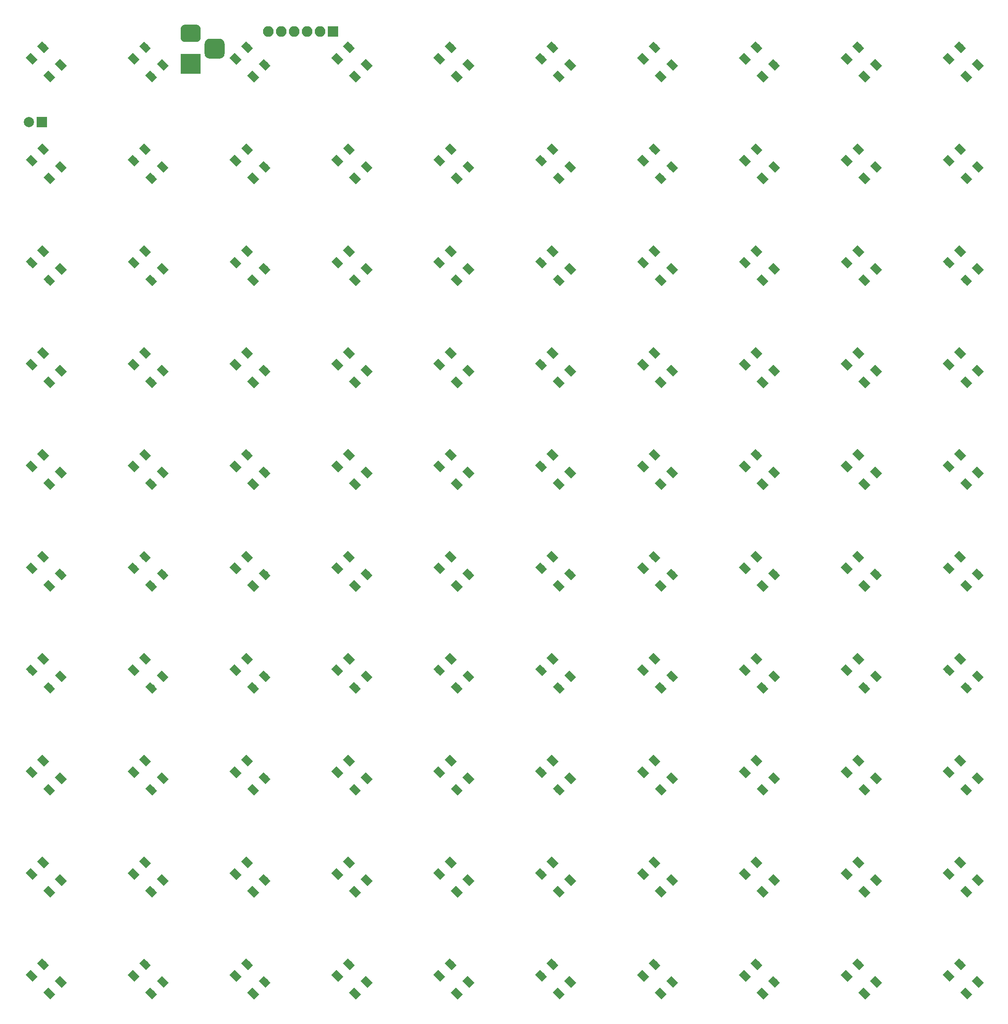
<source format=gbr>
G04 #@! TF.GenerationSoftware,KiCad,Pcbnew,5.0.0*
G04 #@! TF.CreationDate,2018-08-02T01:45:53+02:00*
G04 #@! TF.ProjectId,pentasquare,70656E74617371756172652E6B696361,rev?*
G04 #@! TF.SameCoordinates,Original*
G04 #@! TF.FileFunction,Soldermask,Top*
G04 #@! TF.FilePolarity,Negative*
%FSLAX46Y46*%
G04 Gerber Fmt 4.6, Leading zero omitted, Abs format (unit mm)*
G04 Created by KiCad (PCBNEW 5.0.0) date Thu Aug  2 01:45:53 2018*
%MOMM*%
%LPD*%
G01*
G04 APERTURE LIST*
%ADD10R,3.900000X3.900000*%
%ADD11C,0.100000*%
%ADD12C,3.400000*%
%ADD13C,3.900000*%
%ADD14R,2.000000X2.000000*%
%ADD15C,2.000000*%
%ADD16R,2.100000X2.100000*%
%ADD17O,2.100000X2.100000*%
%ADD18C,1.400000*%
G04 APERTURE END LIST*
D10*
G04 #@! TO.C,J2*
X53340000Y-25400000D03*
D11*
G36*
X54523315Y-17704093D02*
X54605827Y-17716333D01*
X54686742Y-17736601D01*
X54765281Y-17764702D01*
X54840687Y-17800367D01*
X54912235Y-17843251D01*
X54979234Y-17892941D01*
X55041041Y-17948959D01*
X55097059Y-18010766D01*
X55146749Y-18077765D01*
X55189633Y-18149313D01*
X55225298Y-18224719D01*
X55253399Y-18303258D01*
X55273667Y-18384173D01*
X55285907Y-18466685D01*
X55290000Y-18550000D01*
X55290000Y-20250000D01*
X55285907Y-20333315D01*
X55273667Y-20415827D01*
X55253399Y-20496742D01*
X55225298Y-20575281D01*
X55189633Y-20650687D01*
X55146749Y-20722235D01*
X55097059Y-20789234D01*
X55041041Y-20851041D01*
X54979234Y-20907059D01*
X54912235Y-20956749D01*
X54840687Y-20999633D01*
X54765281Y-21035298D01*
X54686742Y-21063399D01*
X54605827Y-21083667D01*
X54523315Y-21095907D01*
X54440000Y-21100000D01*
X52240000Y-21100000D01*
X52156685Y-21095907D01*
X52074173Y-21083667D01*
X51993258Y-21063399D01*
X51914719Y-21035298D01*
X51839313Y-20999633D01*
X51767765Y-20956749D01*
X51700766Y-20907059D01*
X51638959Y-20851041D01*
X51582941Y-20789234D01*
X51533251Y-20722235D01*
X51490367Y-20650687D01*
X51454702Y-20575281D01*
X51426601Y-20496742D01*
X51406333Y-20415827D01*
X51394093Y-20333315D01*
X51390000Y-20250000D01*
X51390000Y-18550000D01*
X51394093Y-18466685D01*
X51406333Y-18384173D01*
X51426601Y-18303258D01*
X51454702Y-18224719D01*
X51490367Y-18149313D01*
X51533251Y-18077765D01*
X51582941Y-18010766D01*
X51638959Y-17948959D01*
X51700766Y-17892941D01*
X51767765Y-17843251D01*
X51839313Y-17800367D01*
X51914719Y-17764702D01*
X51993258Y-17736601D01*
X52074173Y-17716333D01*
X52156685Y-17704093D01*
X52240000Y-17700000D01*
X54440000Y-17700000D01*
X54523315Y-17704093D01*
X54523315Y-17704093D01*
G37*
D12*
X53340000Y-19400000D03*
D11*
G36*
X59110567Y-20454695D02*
X59205213Y-20468734D01*
X59298028Y-20491983D01*
X59388116Y-20524217D01*
X59474612Y-20565127D01*
X59556681Y-20614317D01*
X59633533Y-20671315D01*
X59704429Y-20735571D01*
X59768685Y-20806467D01*
X59825683Y-20883319D01*
X59874873Y-20965388D01*
X59915783Y-21051884D01*
X59948017Y-21141972D01*
X59971266Y-21234787D01*
X59985305Y-21329433D01*
X59990000Y-21425000D01*
X59990000Y-23375000D01*
X59985305Y-23470567D01*
X59971266Y-23565213D01*
X59948017Y-23658028D01*
X59915783Y-23748116D01*
X59874873Y-23834612D01*
X59825683Y-23916681D01*
X59768685Y-23993533D01*
X59704429Y-24064429D01*
X59633533Y-24128685D01*
X59556681Y-24185683D01*
X59474612Y-24234873D01*
X59388116Y-24275783D01*
X59298028Y-24308017D01*
X59205213Y-24331266D01*
X59110567Y-24345305D01*
X59015000Y-24350000D01*
X57065000Y-24350000D01*
X56969433Y-24345305D01*
X56874787Y-24331266D01*
X56781972Y-24308017D01*
X56691884Y-24275783D01*
X56605388Y-24234873D01*
X56523319Y-24185683D01*
X56446467Y-24128685D01*
X56375571Y-24064429D01*
X56311315Y-23993533D01*
X56254317Y-23916681D01*
X56205127Y-23834612D01*
X56164217Y-23748116D01*
X56131983Y-23658028D01*
X56108734Y-23565213D01*
X56094695Y-23470567D01*
X56090000Y-23375000D01*
X56090000Y-21425000D01*
X56094695Y-21329433D01*
X56108734Y-21234787D01*
X56131983Y-21141972D01*
X56164217Y-21051884D01*
X56205127Y-20965388D01*
X56254317Y-20883319D01*
X56311315Y-20806467D01*
X56375571Y-20735571D01*
X56446467Y-20671315D01*
X56523319Y-20614317D01*
X56605388Y-20565127D01*
X56691884Y-20524217D01*
X56781972Y-20491983D01*
X56874787Y-20468734D01*
X56969433Y-20454695D01*
X57065000Y-20450000D01*
X59015000Y-20450000D01*
X59110567Y-20454695D01*
X59110567Y-20454695D01*
G37*
D13*
X58040000Y-22400000D03*
G04 #@! TD*
D14*
G04 #@! TO.C,C5*
X24130000Y-36830000D03*
D15*
X21630000Y-36830000D03*
G04 #@! TD*
D16*
G04 #@! TO.C,J1*
X81280000Y-19050000D03*
D17*
X78740000Y-19050000D03*
X76200000Y-19050000D03*
X73660000Y-19050000D03*
X71120000Y-19050000D03*
X68580000Y-19050000D03*
G04 #@! TD*
D18*
G04 #@! TO.C,D100*
X205601041Y-207863782D03*
D11*
G36*
X206767767Y-208040559D02*
X205777818Y-209030508D01*
X204434315Y-207687005D01*
X205424264Y-206697056D01*
X206767767Y-208040559D01*
X206767767Y-208040559D01*
G37*
D18*
X207863782Y-205601041D03*
D11*
G36*
X209030508Y-205777818D02*
X208040559Y-206767767D01*
X206697056Y-205424264D01*
X207687005Y-204434315D01*
X209030508Y-205777818D01*
X209030508Y-205777818D01*
G37*
D18*
X202136218Y-204398959D03*
D11*
G36*
X203302944Y-204575736D02*
X202312995Y-205565685D01*
X200969492Y-204222182D01*
X201959441Y-203232233D01*
X203302944Y-204575736D01*
X203302944Y-204575736D01*
G37*
D18*
X204398959Y-202136218D03*
D11*
G36*
X205565685Y-202312995D02*
X204575736Y-203302944D01*
X203232233Y-201959441D01*
X204222182Y-200969492D01*
X205565685Y-202312995D01*
X205565685Y-202312995D01*
G37*
G04 #@! TD*
D18*
G04 #@! TO.C,D99*
X184398959Y-202136218D03*
D11*
G36*
X185565685Y-202312995D02*
X184575736Y-203302944D01*
X183232233Y-201959441D01*
X184222182Y-200969492D01*
X185565685Y-202312995D01*
X185565685Y-202312995D01*
G37*
D18*
X182136218Y-204398959D03*
D11*
G36*
X183302944Y-204575736D02*
X182312995Y-205565685D01*
X180969492Y-204222182D01*
X181959441Y-203232233D01*
X183302944Y-204575736D01*
X183302944Y-204575736D01*
G37*
D18*
X187863782Y-205601041D03*
D11*
G36*
X189030508Y-205777818D02*
X188040559Y-206767767D01*
X186697056Y-205424264D01*
X187687005Y-204434315D01*
X189030508Y-205777818D01*
X189030508Y-205777818D01*
G37*
D18*
X185601041Y-207863782D03*
D11*
G36*
X186767767Y-208040559D02*
X185777818Y-209030508D01*
X184434315Y-207687005D01*
X185424264Y-206697056D01*
X186767767Y-208040559D01*
X186767767Y-208040559D01*
G37*
G04 #@! TD*
D18*
G04 #@! TO.C,D98*
X165601041Y-207863782D03*
D11*
G36*
X166767767Y-208040559D02*
X165777818Y-209030508D01*
X164434315Y-207687005D01*
X165424264Y-206697056D01*
X166767767Y-208040559D01*
X166767767Y-208040559D01*
G37*
D18*
X167863782Y-205601041D03*
D11*
G36*
X169030508Y-205777818D02*
X168040559Y-206767767D01*
X166697056Y-205424264D01*
X167687005Y-204434315D01*
X169030508Y-205777818D01*
X169030508Y-205777818D01*
G37*
D18*
X162136218Y-204398959D03*
D11*
G36*
X163302944Y-204575736D02*
X162312995Y-205565685D01*
X160969492Y-204222182D01*
X161959441Y-203232233D01*
X163302944Y-204575736D01*
X163302944Y-204575736D01*
G37*
D18*
X164398959Y-202136218D03*
D11*
G36*
X165565685Y-202312995D02*
X164575736Y-203302944D01*
X163232233Y-201959441D01*
X164222182Y-200969492D01*
X165565685Y-202312995D01*
X165565685Y-202312995D01*
G37*
G04 #@! TD*
D18*
G04 #@! TO.C,D97*
X144398959Y-202136218D03*
D11*
G36*
X145565685Y-202312995D02*
X144575736Y-203302944D01*
X143232233Y-201959441D01*
X144222182Y-200969492D01*
X145565685Y-202312995D01*
X145565685Y-202312995D01*
G37*
D18*
X142136218Y-204398959D03*
D11*
G36*
X143302944Y-204575736D02*
X142312995Y-205565685D01*
X140969492Y-204222182D01*
X141959441Y-203232233D01*
X143302944Y-204575736D01*
X143302944Y-204575736D01*
G37*
D18*
X147863782Y-205601041D03*
D11*
G36*
X149030508Y-205777818D02*
X148040559Y-206767767D01*
X146697056Y-205424264D01*
X147687005Y-204434315D01*
X149030508Y-205777818D01*
X149030508Y-205777818D01*
G37*
D18*
X145601041Y-207863782D03*
D11*
G36*
X146767767Y-208040559D02*
X145777818Y-209030508D01*
X144434315Y-207687005D01*
X145424264Y-206697056D01*
X146767767Y-208040559D01*
X146767767Y-208040559D01*
G37*
G04 #@! TD*
D18*
G04 #@! TO.C,D96*
X125601041Y-207863782D03*
D11*
G36*
X126767767Y-208040559D02*
X125777818Y-209030508D01*
X124434315Y-207687005D01*
X125424264Y-206697056D01*
X126767767Y-208040559D01*
X126767767Y-208040559D01*
G37*
D18*
X127863782Y-205601041D03*
D11*
G36*
X129030508Y-205777818D02*
X128040559Y-206767767D01*
X126697056Y-205424264D01*
X127687005Y-204434315D01*
X129030508Y-205777818D01*
X129030508Y-205777818D01*
G37*
D18*
X122136218Y-204398959D03*
D11*
G36*
X123302944Y-204575736D02*
X122312995Y-205565685D01*
X120969492Y-204222182D01*
X121959441Y-203232233D01*
X123302944Y-204575736D01*
X123302944Y-204575736D01*
G37*
D18*
X124398959Y-202136218D03*
D11*
G36*
X125565685Y-202312995D02*
X124575736Y-203302944D01*
X123232233Y-201959441D01*
X124222182Y-200969492D01*
X125565685Y-202312995D01*
X125565685Y-202312995D01*
G37*
G04 #@! TD*
D18*
G04 #@! TO.C,D95*
X104398959Y-202136218D03*
D11*
G36*
X105565685Y-202312995D02*
X104575736Y-203302944D01*
X103232233Y-201959441D01*
X104222182Y-200969492D01*
X105565685Y-202312995D01*
X105565685Y-202312995D01*
G37*
D18*
X102136218Y-204398959D03*
D11*
G36*
X103302944Y-204575736D02*
X102312995Y-205565685D01*
X100969492Y-204222182D01*
X101959441Y-203232233D01*
X103302944Y-204575736D01*
X103302944Y-204575736D01*
G37*
D18*
X107863782Y-205601041D03*
D11*
G36*
X109030508Y-205777818D02*
X108040559Y-206767767D01*
X106697056Y-205424264D01*
X107687005Y-204434315D01*
X109030508Y-205777818D01*
X109030508Y-205777818D01*
G37*
D18*
X105601041Y-207863782D03*
D11*
G36*
X106767767Y-208040559D02*
X105777818Y-209030508D01*
X104434315Y-207687005D01*
X105424264Y-206697056D01*
X106767767Y-208040559D01*
X106767767Y-208040559D01*
G37*
G04 #@! TD*
D18*
G04 #@! TO.C,D94*
X85601041Y-207863782D03*
D11*
G36*
X86767767Y-208040559D02*
X85777818Y-209030508D01*
X84434315Y-207687005D01*
X85424264Y-206697056D01*
X86767767Y-208040559D01*
X86767767Y-208040559D01*
G37*
D18*
X87863782Y-205601041D03*
D11*
G36*
X89030508Y-205777818D02*
X88040559Y-206767767D01*
X86697056Y-205424264D01*
X87687005Y-204434315D01*
X89030508Y-205777818D01*
X89030508Y-205777818D01*
G37*
D18*
X82136218Y-204398959D03*
D11*
G36*
X83302944Y-204575736D02*
X82312995Y-205565685D01*
X80969492Y-204222182D01*
X81959441Y-203232233D01*
X83302944Y-204575736D01*
X83302944Y-204575736D01*
G37*
D18*
X84398959Y-202136218D03*
D11*
G36*
X85565685Y-202312995D02*
X84575736Y-203302944D01*
X83232233Y-201959441D01*
X84222182Y-200969492D01*
X85565685Y-202312995D01*
X85565685Y-202312995D01*
G37*
G04 #@! TD*
D18*
G04 #@! TO.C,D93*
X64398959Y-202136218D03*
D11*
G36*
X65565685Y-202312995D02*
X64575736Y-203302944D01*
X63232233Y-201959441D01*
X64222182Y-200969492D01*
X65565685Y-202312995D01*
X65565685Y-202312995D01*
G37*
D18*
X62136218Y-204398959D03*
D11*
G36*
X63302944Y-204575736D02*
X62312995Y-205565685D01*
X60969492Y-204222182D01*
X61959441Y-203232233D01*
X63302944Y-204575736D01*
X63302944Y-204575736D01*
G37*
D18*
X67863782Y-205601041D03*
D11*
G36*
X69030508Y-205777818D02*
X68040559Y-206767767D01*
X66697056Y-205424264D01*
X67687005Y-204434315D01*
X69030508Y-205777818D01*
X69030508Y-205777818D01*
G37*
D18*
X65601041Y-207863782D03*
D11*
G36*
X66767767Y-208040559D02*
X65777818Y-209030508D01*
X64434315Y-207687005D01*
X65424264Y-206697056D01*
X66767767Y-208040559D01*
X66767767Y-208040559D01*
G37*
G04 #@! TD*
D18*
G04 #@! TO.C,D92*
X45601041Y-207863782D03*
D11*
G36*
X46767767Y-208040559D02*
X45777818Y-209030508D01*
X44434315Y-207687005D01*
X45424264Y-206697056D01*
X46767767Y-208040559D01*
X46767767Y-208040559D01*
G37*
D18*
X47863782Y-205601041D03*
D11*
G36*
X49030508Y-205777818D02*
X48040559Y-206767767D01*
X46697056Y-205424264D01*
X47687005Y-204434315D01*
X49030508Y-205777818D01*
X49030508Y-205777818D01*
G37*
D18*
X42136218Y-204398959D03*
D11*
G36*
X43302944Y-204575736D02*
X42312995Y-205565685D01*
X40969492Y-204222182D01*
X41959441Y-203232233D01*
X43302944Y-204575736D01*
X43302944Y-204575736D01*
G37*
D18*
X44398959Y-202136218D03*
D11*
G36*
X45565685Y-202312995D02*
X44575736Y-203302944D01*
X43232233Y-201959441D01*
X44222182Y-200969492D01*
X45565685Y-202312995D01*
X45565685Y-202312995D01*
G37*
G04 #@! TD*
D18*
G04 #@! TO.C,D91*
X24398959Y-202136218D03*
D11*
G36*
X25565685Y-202312995D02*
X24575736Y-203302944D01*
X23232233Y-201959441D01*
X24222182Y-200969492D01*
X25565685Y-202312995D01*
X25565685Y-202312995D01*
G37*
D18*
X22136218Y-204398959D03*
D11*
G36*
X23302944Y-204575736D02*
X22312995Y-205565685D01*
X20969492Y-204222182D01*
X21959441Y-203232233D01*
X23302944Y-204575736D01*
X23302944Y-204575736D01*
G37*
D18*
X27863782Y-205601041D03*
D11*
G36*
X29030508Y-205777818D02*
X28040559Y-206767767D01*
X26697056Y-205424264D01*
X27687005Y-204434315D01*
X29030508Y-205777818D01*
X29030508Y-205777818D01*
G37*
D18*
X25601041Y-207863782D03*
D11*
G36*
X26767767Y-208040559D02*
X25777818Y-209030508D01*
X24434315Y-207687005D01*
X25424264Y-206697056D01*
X26767767Y-208040559D01*
X26767767Y-208040559D01*
G37*
G04 #@! TD*
D18*
G04 #@! TO.C,D90*
X205601041Y-187863782D03*
D11*
G36*
X206767767Y-188040559D02*
X205777818Y-189030508D01*
X204434315Y-187687005D01*
X205424264Y-186697056D01*
X206767767Y-188040559D01*
X206767767Y-188040559D01*
G37*
D18*
X207863782Y-185601041D03*
D11*
G36*
X209030508Y-185777818D02*
X208040559Y-186767767D01*
X206697056Y-185424264D01*
X207687005Y-184434315D01*
X209030508Y-185777818D01*
X209030508Y-185777818D01*
G37*
D18*
X202136218Y-184398959D03*
D11*
G36*
X203302944Y-184575736D02*
X202312995Y-185565685D01*
X200969492Y-184222182D01*
X201959441Y-183232233D01*
X203302944Y-184575736D01*
X203302944Y-184575736D01*
G37*
D18*
X204398959Y-182136218D03*
D11*
G36*
X205565685Y-182312995D02*
X204575736Y-183302944D01*
X203232233Y-181959441D01*
X204222182Y-180969492D01*
X205565685Y-182312995D01*
X205565685Y-182312995D01*
G37*
G04 #@! TD*
D18*
G04 #@! TO.C,D63*
X64398959Y-142136218D03*
D11*
G36*
X65565685Y-142312995D02*
X64575736Y-143302944D01*
X63232233Y-141959441D01*
X64222182Y-140969492D01*
X65565685Y-142312995D01*
X65565685Y-142312995D01*
G37*
D18*
X62136218Y-144398959D03*
D11*
G36*
X63302944Y-144575736D02*
X62312995Y-145565685D01*
X60969492Y-144222182D01*
X61959441Y-143232233D01*
X63302944Y-144575736D01*
X63302944Y-144575736D01*
G37*
D18*
X67863782Y-145601041D03*
D11*
G36*
X69030508Y-145777818D02*
X68040559Y-146767767D01*
X66697056Y-145424264D01*
X67687005Y-144434315D01*
X69030508Y-145777818D01*
X69030508Y-145777818D01*
G37*
D18*
X65601041Y-147863782D03*
D11*
G36*
X66767767Y-148040559D02*
X65777818Y-149030508D01*
X64434315Y-147687005D01*
X65424264Y-146697056D01*
X66767767Y-148040559D01*
X66767767Y-148040559D01*
G37*
G04 #@! TD*
D18*
G04 #@! TO.C,D51*
X25601041Y-127863782D03*
D11*
G36*
X26767767Y-128040559D02*
X25777818Y-129030508D01*
X24434315Y-127687005D01*
X25424264Y-126697056D01*
X26767767Y-128040559D01*
X26767767Y-128040559D01*
G37*
D18*
X27863782Y-125601041D03*
D11*
G36*
X29030508Y-125777818D02*
X28040559Y-126767767D01*
X26697056Y-125424264D01*
X27687005Y-124434315D01*
X29030508Y-125777818D01*
X29030508Y-125777818D01*
G37*
D18*
X22136218Y-124398959D03*
D11*
G36*
X23302944Y-124575736D02*
X22312995Y-125565685D01*
X20969492Y-124222182D01*
X21959441Y-123232233D01*
X23302944Y-124575736D01*
X23302944Y-124575736D01*
G37*
D18*
X24398959Y-122136218D03*
D11*
G36*
X25565685Y-122312995D02*
X24575736Y-123302944D01*
X23232233Y-121959441D01*
X24222182Y-120969492D01*
X25565685Y-122312995D01*
X25565685Y-122312995D01*
G37*
G04 #@! TD*
D18*
G04 #@! TO.C,D87*
X144398959Y-182136218D03*
D11*
G36*
X145565685Y-182312995D02*
X144575736Y-183302944D01*
X143232233Y-181959441D01*
X144222182Y-180969492D01*
X145565685Y-182312995D01*
X145565685Y-182312995D01*
G37*
D18*
X142136218Y-184398959D03*
D11*
G36*
X143302944Y-184575736D02*
X142312995Y-185565685D01*
X140969492Y-184222182D01*
X141959441Y-183232233D01*
X143302944Y-184575736D01*
X143302944Y-184575736D01*
G37*
D18*
X147863782Y-185601041D03*
D11*
G36*
X149030508Y-185777818D02*
X148040559Y-186767767D01*
X146697056Y-185424264D01*
X147687005Y-184434315D01*
X149030508Y-185777818D01*
X149030508Y-185777818D01*
G37*
D18*
X145601041Y-187863782D03*
D11*
G36*
X146767767Y-188040559D02*
X145777818Y-189030508D01*
X144434315Y-187687005D01*
X145424264Y-186697056D01*
X146767767Y-188040559D01*
X146767767Y-188040559D01*
G37*
G04 #@! TD*
D18*
G04 #@! TO.C,D86*
X125601041Y-187863782D03*
D11*
G36*
X126767767Y-188040559D02*
X125777818Y-189030508D01*
X124434315Y-187687005D01*
X125424264Y-186697056D01*
X126767767Y-188040559D01*
X126767767Y-188040559D01*
G37*
D18*
X127863782Y-185601041D03*
D11*
G36*
X129030508Y-185777818D02*
X128040559Y-186767767D01*
X126697056Y-185424264D01*
X127687005Y-184434315D01*
X129030508Y-185777818D01*
X129030508Y-185777818D01*
G37*
D18*
X122136218Y-184398959D03*
D11*
G36*
X123302944Y-184575736D02*
X122312995Y-185565685D01*
X120969492Y-184222182D01*
X121959441Y-183232233D01*
X123302944Y-184575736D01*
X123302944Y-184575736D01*
G37*
D18*
X124398959Y-182136218D03*
D11*
G36*
X125565685Y-182312995D02*
X124575736Y-183302944D01*
X123232233Y-181959441D01*
X124222182Y-180969492D01*
X125565685Y-182312995D01*
X125565685Y-182312995D01*
G37*
G04 #@! TD*
D18*
G04 #@! TO.C,D85*
X104398959Y-182136218D03*
D11*
G36*
X105565685Y-182312995D02*
X104575736Y-183302944D01*
X103232233Y-181959441D01*
X104222182Y-180969492D01*
X105565685Y-182312995D01*
X105565685Y-182312995D01*
G37*
D18*
X102136218Y-184398959D03*
D11*
G36*
X103302944Y-184575736D02*
X102312995Y-185565685D01*
X100969492Y-184222182D01*
X101959441Y-183232233D01*
X103302944Y-184575736D01*
X103302944Y-184575736D01*
G37*
D18*
X107863782Y-185601041D03*
D11*
G36*
X109030508Y-185777818D02*
X108040559Y-186767767D01*
X106697056Y-185424264D01*
X107687005Y-184434315D01*
X109030508Y-185777818D01*
X109030508Y-185777818D01*
G37*
D18*
X105601041Y-187863782D03*
D11*
G36*
X106767767Y-188040559D02*
X105777818Y-189030508D01*
X104434315Y-187687005D01*
X105424264Y-186697056D01*
X106767767Y-188040559D01*
X106767767Y-188040559D01*
G37*
G04 #@! TD*
D18*
G04 #@! TO.C,D84*
X85601041Y-187863782D03*
D11*
G36*
X86767767Y-188040559D02*
X85777818Y-189030508D01*
X84434315Y-187687005D01*
X85424264Y-186697056D01*
X86767767Y-188040559D01*
X86767767Y-188040559D01*
G37*
D18*
X87863782Y-185601041D03*
D11*
G36*
X89030508Y-185777818D02*
X88040559Y-186767767D01*
X86697056Y-185424264D01*
X87687005Y-184434315D01*
X89030508Y-185777818D01*
X89030508Y-185777818D01*
G37*
D18*
X82136218Y-184398959D03*
D11*
G36*
X83302944Y-184575736D02*
X82312995Y-185565685D01*
X80969492Y-184222182D01*
X81959441Y-183232233D01*
X83302944Y-184575736D01*
X83302944Y-184575736D01*
G37*
D18*
X84398959Y-182136218D03*
D11*
G36*
X85565685Y-182312995D02*
X84575736Y-183302944D01*
X83232233Y-181959441D01*
X84222182Y-180969492D01*
X85565685Y-182312995D01*
X85565685Y-182312995D01*
G37*
G04 #@! TD*
D18*
G04 #@! TO.C,D83*
X64398959Y-182136218D03*
D11*
G36*
X65565685Y-182312995D02*
X64575736Y-183302944D01*
X63232233Y-181959441D01*
X64222182Y-180969492D01*
X65565685Y-182312995D01*
X65565685Y-182312995D01*
G37*
D18*
X62136218Y-184398959D03*
D11*
G36*
X63302944Y-184575736D02*
X62312995Y-185565685D01*
X60969492Y-184222182D01*
X61959441Y-183232233D01*
X63302944Y-184575736D01*
X63302944Y-184575736D01*
G37*
D18*
X67863782Y-185601041D03*
D11*
G36*
X69030508Y-185777818D02*
X68040559Y-186767767D01*
X66697056Y-185424264D01*
X67687005Y-184434315D01*
X69030508Y-185777818D01*
X69030508Y-185777818D01*
G37*
D18*
X65601041Y-187863782D03*
D11*
G36*
X66767767Y-188040559D02*
X65777818Y-189030508D01*
X64434315Y-187687005D01*
X65424264Y-186697056D01*
X66767767Y-188040559D01*
X66767767Y-188040559D01*
G37*
G04 #@! TD*
D18*
G04 #@! TO.C,D82*
X45601041Y-187863782D03*
D11*
G36*
X46767767Y-188040559D02*
X45777818Y-189030508D01*
X44434315Y-187687005D01*
X45424264Y-186697056D01*
X46767767Y-188040559D01*
X46767767Y-188040559D01*
G37*
D18*
X47863782Y-185601041D03*
D11*
G36*
X49030508Y-185777818D02*
X48040559Y-186767767D01*
X46697056Y-185424264D01*
X47687005Y-184434315D01*
X49030508Y-185777818D01*
X49030508Y-185777818D01*
G37*
D18*
X42136218Y-184398959D03*
D11*
G36*
X43302944Y-184575736D02*
X42312995Y-185565685D01*
X40969492Y-184222182D01*
X41959441Y-183232233D01*
X43302944Y-184575736D01*
X43302944Y-184575736D01*
G37*
D18*
X44398959Y-182136218D03*
D11*
G36*
X45565685Y-182312995D02*
X44575736Y-183302944D01*
X43232233Y-181959441D01*
X44222182Y-180969492D01*
X45565685Y-182312995D01*
X45565685Y-182312995D01*
G37*
G04 #@! TD*
D18*
G04 #@! TO.C,D81*
X24398959Y-182136218D03*
D11*
G36*
X25565685Y-182312995D02*
X24575736Y-183302944D01*
X23232233Y-181959441D01*
X24222182Y-180969492D01*
X25565685Y-182312995D01*
X25565685Y-182312995D01*
G37*
D18*
X22136218Y-184398959D03*
D11*
G36*
X23302944Y-184575736D02*
X22312995Y-185565685D01*
X20969492Y-184222182D01*
X21959441Y-183232233D01*
X23302944Y-184575736D01*
X23302944Y-184575736D01*
G37*
D18*
X27863782Y-185601041D03*
D11*
G36*
X29030508Y-185777818D02*
X28040559Y-186767767D01*
X26697056Y-185424264D01*
X27687005Y-184434315D01*
X29030508Y-185777818D01*
X29030508Y-185777818D01*
G37*
D18*
X25601041Y-187863782D03*
D11*
G36*
X26767767Y-188040559D02*
X25777818Y-189030508D01*
X24434315Y-187687005D01*
X25424264Y-186697056D01*
X26767767Y-188040559D01*
X26767767Y-188040559D01*
G37*
G04 #@! TD*
D18*
G04 #@! TO.C,D80*
X205601041Y-167863782D03*
D11*
G36*
X206767767Y-168040559D02*
X205777818Y-169030508D01*
X204434315Y-167687005D01*
X205424264Y-166697056D01*
X206767767Y-168040559D01*
X206767767Y-168040559D01*
G37*
D18*
X207863782Y-165601041D03*
D11*
G36*
X209030508Y-165777818D02*
X208040559Y-166767767D01*
X206697056Y-165424264D01*
X207687005Y-164434315D01*
X209030508Y-165777818D01*
X209030508Y-165777818D01*
G37*
D18*
X202136218Y-164398959D03*
D11*
G36*
X203302944Y-164575736D02*
X202312995Y-165565685D01*
X200969492Y-164222182D01*
X201959441Y-163232233D01*
X203302944Y-164575736D01*
X203302944Y-164575736D01*
G37*
D18*
X204398959Y-162136218D03*
D11*
G36*
X205565685Y-162312995D02*
X204575736Y-163302944D01*
X203232233Y-161959441D01*
X204222182Y-160969492D01*
X205565685Y-162312995D01*
X205565685Y-162312995D01*
G37*
G04 #@! TD*
D18*
G04 #@! TO.C,D79*
X184398959Y-162136218D03*
D11*
G36*
X185565685Y-162312995D02*
X184575736Y-163302944D01*
X183232233Y-161959441D01*
X184222182Y-160969492D01*
X185565685Y-162312995D01*
X185565685Y-162312995D01*
G37*
D18*
X182136218Y-164398959D03*
D11*
G36*
X183302944Y-164575736D02*
X182312995Y-165565685D01*
X180969492Y-164222182D01*
X181959441Y-163232233D01*
X183302944Y-164575736D01*
X183302944Y-164575736D01*
G37*
D18*
X187863782Y-165601041D03*
D11*
G36*
X189030508Y-165777818D02*
X188040559Y-166767767D01*
X186697056Y-165424264D01*
X187687005Y-164434315D01*
X189030508Y-165777818D01*
X189030508Y-165777818D01*
G37*
D18*
X185601041Y-167863782D03*
D11*
G36*
X186767767Y-168040559D02*
X185777818Y-169030508D01*
X184434315Y-167687005D01*
X185424264Y-166697056D01*
X186767767Y-168040559D01*
X186767767Y-168040559D01*
G37*
G04 #@! TD*
D18*
G04 #@! TO.C,D78*
X165601041Y-167863782D03*
D11*
G36*
X166767767Y-168040559D02*
X165777818Y-169030508D01*
X164434315Y-167687005D01*
X165424264Y-166697056D01*
X166767767Y-168040559D01*
X166767767Y-168040559D01*
G37*
D18*
X167863782Y-165601041D03*
D11*
G36*
X169030508Y-165777818D02*
X168040559Y-166767767D01*
X166697056Y-165424264D01*
X167687005Y-164434315D01*
X169030508Y-165777818D01*
X169030508Y-165777818D01*
G37*
D18*
X162136218Y-164398959D03*
D11*
G36*
X163302944Y-164575736D02*
X162312995Y-165565685D01*
X160969492Y-164222182D01*
X161959441Y-163232233D01*
X163302944Y-164575736D01*
X163302944Y-164575736D01*
G37*
D18*
X164398959Y-162136218D03*
D11*
G36*
X165565685Y-162312995D02*
X164575736Y-163302944D01*
X163232233Y-161959441D01*
X164222182Y-160969492D01*
X165565685Y-162312995D01*
X165565685Y-162312995D01*
G37*
G04 #@! TD*
D18*
G04 #@! TO.C,D77*
X144398959Y-162136218D03*
D11*
G36*
X145565685Y-162312995D02*
X144575736Y-163302944D01*
X143232233Y-161959441D01*
X144222182Y-160969492D01*
X145565685Y-162312995D01*
X145565685Y-162312995D01*
G37*
D18*
X142136218Y-164398959D03*
D11*
G36*
X143302944Y-164575736D02*
X142312995Y-165565685D01*
X140969492Y-164222182D01*
X141959441Y-163232233D01*
X143302944Y-164575736D01*
X143302944Y-164575736D01*
G37*
D18*
X147863782Y-165601041D03*
D11*
G36*
X149030508Y-165777818D02*
X148040559Y-166767767D01*
X146697056Y-165424264D01*
X147687005Y-164434315D01*
X149030508Y-165777818D01*
X149030508Y-165777818D01*
G37*
D18*
X145601041Y-167863782D03*
D11*
G36*
X146767767Y-168040559D02*
X145777818Y-169030508D01*
X144434315Y-167687005D01*
X145424264Y-166697056D01*
X146767767Y-168040559D01*
X146767767Y-168040559D01*
G37*
G04 #@! TD*
D18*
G04 #@! TO.C,D89*
X185601041Y-187863782D03*
D11*
G36*
X186767767Y-188040559D02*
X185777818Y-189030508D01*
X184434315Y-187687005D01*
X185424264Y-186697056D01*
X186767767Y-188040559D01*
X186767767Y-188040559D01*
G37*
D18*
X187863782Y-185601041D03*
D11*
G36*
X189030508Y-185777818D02*
X188040559Y-186767767D01*
X186697056Y-185424264D01*
X187687005Y-184434315D01*
X189030508Y-185777818D01*
X189030508Y-185777818D01*
G37*
D18*
X182136218Y-184398959D03*
D11*
G36*
X183302944Y-184575736D02*
X182312995Y-185565685D01*
X180969492Y-184222182D01*
X181959441Y-183232233D01*
X183302944Y-184575736D01*
X183302944Y-184575736D01*
G37*
D18*
X184398959Y-182136218D03*
D11*
G36*
X185565685Y-182312995D02*
X184575736Y-183302944D01*
X183232233Y-181959441D01*
X184222182Y-180969492D01*
X185565685Y-182312995D01*
X185565685Y-182312995D01*
G37*
G04 #@! TD*
D18*
G04 #@! TO.C,D75*
X104398959Y-162136218D03*
D11*
G36*
X105565685Y-162312995D02*
X104575736Y-163302944D01*
X103232233Y-161959441D01*
X104222182Y-160969492D01*
X105565685Y-162312995D01*
X105565685Y-162312995D01*
G37*
D18*
X102136218Y-164398959D03*
D11*
G36*
X103302944Y-164575736D02*
X102312995Y-165565685D01*
X100969492Y-164222182D01*
X101959441Y-163232233D01*
X103302944Y-164575736D01*
X103302944Y-164575736D01*
G37*
D18*
X107863782Y-165601041D03*
D11*
G36*
X109030508Y-165777818D02*
X108040559Y-166767767D01*
X106697056Y-165424264D01*
X107687005Y-164434315D01*
X109030508Y-165777818D01*
X109030508Y-165777818D01*
G37*
D18*
X105601041Y-167863782D03*
D11*
G36*
X106767767Y-168040559D02*
X105777818Y-169030508D01*
X104434315Y-167687005D01*
X105424264Y-166697056D01*
X106767767Y-168040559D01*
X106767767Y-168040559D01*
G37*
G04 #@! TD*
D18*
G04 #@! TO.C,D74*
X85601041Y-167863782D03*
D11*
G36*
X86767767Y-168040559D02*
X85777818Y-169030508D01*
X84434315Y-167687005D01*
X85424264Y-166697056D01*
X86767767Y-168040559D01*
X86767767Y-168040559D01*
G37*
D18*
X87863782Y-165601041D03*
D11*
G36*
X89030508Y-165777818D02*
X88040559Y-166767767D01*
X86697056Y-165424264D01*
X87687005Y-164434315D01*
X89030508Y-165777818D01*
X89030508Y-165777818D01*
G37*
D18*
X82136218Y-164398959D03*
D11*
G36*
X83302944Y-164575736D02*
X82312995Y-165565685D01*
X80969492Y-164222182D01*
X81959441Y-163232233D01*
X83302944Y-164575736D01*
X83302944Y-164575736D01*
G37*
D18*
X84398959Y-162136218D03*
D11*
G36*
X85565685Y-162312995D02*
X84575736Y-163302944D01*
X83232233Y-161959441D01*
X84222182Y-160969492D01*
X85565685Y-162312995D01*
X85565685Y-162312995D01*
G37*
G04 #@! TD*
D18*
G04 #@! TO.C,D73*
X64398959Y-162136218D03*
D11*
G36*
X65565685Y-162312995D02*
X64575736Y-163302944D01*
X63232233Y-161959441D01*
X64222182Y-160969492D01*
X65565685Y-162312995D01*
X65565685Y-162312995D01*
G37*
D18*
X62136218Y-164398959D03*
D11*
G36*
X63302944Y-164575736D02*
X62312995Y-165565685D01*
X60969492Y-164222182D01*
X61959441Y-163232233D01*
X63302944Y-164575736D01*
X63302944Y-164575736D01*
G37*
D18*
X67863782Y-165601041D03*
D11*
G36*
X69030508Y-165777818D02*
X68040559Y-166767767D01*
X66697056Y-165424264D01*
X67687005Y-164434315D01*
X69030508Y-165777818D01*
X69030508Y-165777818D01*
G37*
D18*
X65601041Y-167863782D03*
D11*
G36*
X66767767Y-168040559D02*
X65777818Y-169030508D01*
X64434315Y-167687005D01*
X65424264Y-166697056D01*
X66767767Y-168040559D01*
X66767767Y-168040559D01*
G37*
G04 #@! TD*
D18*
G04 #@! TO.C,D72*
X45601041Y-167863782D03*
D11*
G36*
X46767767Y-168040559D02*
X45777818Y-169030508D01*
X44434315Y-167687005D01*
X45424264Y-166697056D01*
X46767767Y-168040559D01*
X46767767Y-168040559D01*
G37*
D18*
X47863782Y-165601041D03*
D11*
G36*
X49030508Y-165777818D02*
X48040559Y-166767767D01*
X46697056Y-165424264D01*
X47687005Y-164434315D01*
X49030508Y-165777818D01*
X49030508Y-165777818D01*
G37*
D18*
X42136218Y-164398959D03*
D11*
G36*
X43302944Y-164575736D02*
X42312995Y-165565685D01*
X40969492Y-164222182D01*
X41959441Y-163232233D01*
X43302944Y-164575736D01*
X43302944Y-164575736D01*
G37*
D18*
X44398959Y-162136218D03*
D11*
G36*
X45565685Y-162312995D02*
X44575736Y-163302944D01*
X43232233Y-161959441D01*
X44222182Y-160969492D01*
X45565685Y-162312995D01*
X45565685Y-162312995D01*
G37*
G04 #@! TD*
D18*
G04 #@! TO.C,D71*
X24398959Y-162136218D03*
D11*
G36*
X25565685Y-162312995D02*
X24575736Y-163302944D01*
X23232233Y-161959441D01*
X24222182Y-160969492D01*
X25565685Y-162312995D01*
X25565685Y-162312995D01*
G37*
D18*
X22136218Y-164398959D03*
D11*
G36*
X23302944Y-164575736D02*
X22312995Y-165565685D01*
X20969492Y-164222182D01*
X21959441Y-163232233D01*
X23302944Y-164575736D01*
X23302944Y-164575736D01*
G37*
D18*
X27863782Y-165601041D03*
D11*
G36*
X29030508Y-165777818D02*
X28040559Y-166767767D01*
X26697056Y-165424264D01*
X27687005Y-164434315D01*
X29030508Y-165777818D01*
X29030508Y-165777818D01*
G37*
D18*
X25601041Y-167863782D03*
D11*
G36*
X26767767Y-168040559D02*
X25777818Y-169030508D01*
X24434315Y-167687005D01*
X25424264Y-166697056D01*
X26767767Y-168040559D01*
X26767767Y-168040559D01*
G37*
G04 #@! TD*
D18*
G04 #@! TO.C,D70*
X205601041Y-147863782D03*
D11*
G36*
X206767767Y-148040559D02*
X205777818Y-149030508D01*
X204434315Y-147687005D01*
X205424264Y-146697056D01*
X206767767Y-148040559D01*
X206767767Y-148040559D01*
G37*
D18*
X207863782Y-145601041D03*
D11*
G36*
X209030508Y-145777818D02*
X208040559Y-146767767D01*
X206697056Y-145424264D01*
X207687005Y-144434315D01*
X209030508Y-145777818D01*
X209030508Y-145777818D01*
G37*
D18*
X202136218Y-144398959D03*
D11*
G36*
X203302944Y-144575736D02*
X202312995Y-145565685D01*
X200969492Y-144222182D01*
X201959441Y-143232233D01*
X203302944Y-144575736D01*
X203302944Y-144575736D01*
G37*
D18*
X204398959Y-142136218D03*
D11*
G36*
X205565685Y-142312995D02*
X204575736Y-143302944D01*
X203232233Y-141959441D01*
X204222182Y-140969492D01*
X205565685Y-142312995D01*
X205565685Y-142312995D01*
G37*
G04 #@! TD*
D18*
G04 #@! TO.C,D69*
X184398959Y-142136218D03*
D11*
G36*
X185565685Y-142312995D02*
X184575736Y-143302944D01*
X183232233Y-141959441D01*
X184222182Y-140969492D01*
X185565685Y-142312995D01*
X185565685Y-142312995D01*
G37*
D18*
X182136218Y-144398959D03*
D11*
G36*
X183302944Y-144575736D02*
X182312995Y-145565685D01*
X180969492Y-144222182D01*
X181959441Y-143232233D01*
X183302944Y-144575736D01*
X183302944Y-144575736D01*
G37*
D18*
X187863782Y-145601041D03*
D11*
G36*
X189030508Y-145777818D02*
X188040559Y-146767767D01*
X186697056Y-145424264D01*
X187687005Y-144434315D01*
X189030508Y-145777818D01*
X189030508Y-145777818D01*
G37*
D18*
X185601041Y-147863782D03*
D11*
G36*
X186767767Y-148040559D02*
X185777818Y-149030508D01*
X184434315Y-147687005D01*
X185424264Y-146697056D01*
X186767767Y-148040559D01*
X186767767Y-148040559D01*
G37*
G04 #@! TD*
D18*
G04 #@! TO.C,D68*
X165601041Y-147863782D03*
D11*
G36*
X166767767Y-148040559D02*
X165777818Y-149030508D01*
X164434315Y-147687005D01*
X165424264Y-146697056D01*
X166767767Y-148040559D01*
X166767767Y-148040559D01*
G37*
D18*
X167863782Y-145601041D03*
D11*
G36*
X169030508Y-145777818D02*
X168040559Y-146767767D01*
X166697056Y-145424264D01*
X167687005Y-144434315D01*
X169030508Y-145777818D01*
X169030508Y-145777818D01*
G37*
D18*
X162136218Y-144398959D03*
D11*
G36*
X163302944Y-144575736D02*
X162312995Y-145565685D01*
X160969492Y-144222182D01*
X161959441Y-143232233D01*
X163302944Y-144575736D01*
X163302944Y-144575736D01*
G37*
D18*
X164398959Y-142136218D03*
D11*
G36*
X165565685Y-142312995D02*
X164575736Y-143302944D01*
X163232233Y-141959441D01*
X164222182Y-140969492D01*
X165565685Y-142312995D01*
X165565685Y-142312995D01*
G37*
G04 #@! TD*
D18*
G04 #@! TO.C,D67*
X144398959Y-142136218D03*
D11*
G36*
X145565685Y-142312995D02*
X144575736Y-143302944D01*
X143232233Y-141959441D01*
X144222182Y-140969492D01*
X145565685Y-142312995D01*
X145565685Y-142312995D01*
G37*
D18*
X142136218Y-144398959D03*
D11*
G36*
X143302944Y-144575736D02*
X142312995Y-145565685D01*
X140969492Y-144222182D01*
X141959441Y-143232233D01*
X143302944Y-144575736D01*
X143302944Y-144575736D01*
G37*
D18*
X147863782Y-145601041D03*
D11*
G36*
X149030508Y-145777818D02*
X148040559Y-146767767D01*
X146697056Y-145424264D01*
X147687005Y-144434315D01*
X149030508Y-145777818D01*
X149030508Y-145777818D01*
G37*
D18*
X145601041Y-147863782D03*
D11*
G36*
X146767767Y-148040559D02*
X145777818Y-149030508D01*
X144434315Y-147687005D01*
X145424264Y-146697056D01*
X146767767Y-148040559D01*
X146767767Y-148040559D01*
G37*
G04 #@! TD*
D18*
G04 #@! TO.C,D66*
X125601041Y-147863782D03*
D11*
G36*
X126767767Y-148040559D02*
X125777818Y-149030508D01*
X124434315Y-147687005D01*
X125424264Y-146697056D01*
X126767767Y-148040559D01*
X126767767Y-148040559D01*
G37*
D18*
X127863782Y-145601041D03*
D11*
G36*
X129030508Y-145777818D02*
X128040559Y-146767767D01*
X126697056Y-145424264D01*
X127687005Y-144434315D01*
X129030508Y-145777818D01*
X129030508Y-145777818D01*
G37*
D18*
X122136218Y-144398959D03*
D11*
G36*
X123302944Y-144575736D02*
X122312995Y-145565685D01*
X120969492Y-144222182D01*
X121959441Y-143232233D01*
X123302944Y-144575736D01*
X123302944Y-144575736D01*
G37*
D18*
X124398959Y-142136218D03*
D11*
G36*
X125565685Y-142312995D02*
X124575736Y-143302944D01*
X123232233Y-141959441D01*
X124222182Y-140969492D01*
X125565685Y-142312995D01*
X125565685Y-142312995D01*
G37*
G04 #@! TD*
D18*
G04 #@! TO.C,D65*
X104398959Y-142136218D03*
D11*
G36*
X105565685Y-142312995D02*
X104575736Y-143302944D01*
X103232233Y-141959441D01*
X104222182Y-140969492D01*
X105565685Y-142312995D01*
X105565685Y-142312995D01*
G37*
D18*
X102136218Y-144398959D03*
D11*
G36*
X103302944Y-144575736D02*
X102312995Y-145565685D01*
X100969492Y-144222182D01*
X101959441Y-143232233D01*
X103302944Y-144575736D01*
X103302944Y-144575736D01*
G37*
D18*
X107863782Y-145601041D03*
D11*
G36*
X109030508Y-145777818D02*
X108040559Y-146767767D01*
X106697056Y-145424264D01*
X107687005Y-144434315D01*
X109030508Y-145777818D01*
X109030508Y-145777818D01*
G37*
D18*
X105601041Y-147863782D03*
D11*
G36*
X106767767Y-148040559D02*
X105777818Y-149030508D01*
X104434315Y-147687005D01*
X105424264Y-146697056D01*
X106767767Y-148040559D01*
X106767767Y-148040559D01*
G37*
G04 #@! TD*
D18*
G04 #@! TO.C,D88*
X165601041Y-187863782D03*
D11*
G36*
X166767767Y-188040559D02*
X165777818Y-189030508D01*
X164434315Y-187687005D01*
X165424264Y-186697056D01*
X166767767Y-188040559D01*
X166767767Y-188040559D01*
G37*
D18*
X167863782Y-185601041D03*
D11*
G36*
X169030508Y-185777818D02*
X168040559Y-186767767D01*
X166697056Y-185424264D01*
X167687005Y-184434315D01*
X169030508Y-185777818D01*
X169030508Y-185777818D01*
G37*
D18*
X162136218Y-184398959D03*
D11*
G36*
X163302944Y-184575736D02*
X162312995Y-185565685D01*
X160969492Y-184222182D01*
X161959441Y-183232233D01*
X163302944Y-184575736D01*
X163302944Y-184575736D01*
G37*
D18*
X164398959Y-182136218D03*
D11*
G36*
X165565685Y-182312995D02*
X164575736Y-183302944D01*
X163232233Y-181959441D01*
X164222182Y-180969492D01*
X165565685Y-182312995D01*
X165565685Y-182312995D01*
G37*
G04 #@! TD*
D18*
G04 #@! TO.C,D76*
X124398959Y-162136218D03*
D11*
G36*
X125565685Y-162312995D02*
X124575736Y-163302944D01*
X123232233Y-161959441D01*
X124222182Y-160969492D01*
X125565685Y-162312995D01*
X125565685Y-162312995D01*
G37*
D18*
X122136218Y-164398959D03*
D11*
G36*
X123302944Y-164575736D02*
X122312995Y-165565685D01*
X120969492Y-164222182D01*
X121959441Y-163232233D01*
X123302944Y-164575736D01*
X123302944Y-164575736D01*
G37*
D18*
X127863782Y-165601041D03*
D11*
G36*
X129030508Y-165777818D02*
X128040559Y-166767767D01*
X126697056Y-165424264D01*
X127687005Y-164434315D01*
X129030508Y-165777818D01*
X129030508Y-165777818D01*
G37*
D18*
X125601041Y-167863782D03*
D11*
G36*
X126767767Y-168040559D02*
X125777818Y-169030508D01*
X124434315Y-167687005D01*
X125424264Y-166697056D01*
X126767767Y-168040559D01*
X126767767Y-168040559D01*
G37*
G04 #@! TD*
D18*
G04 #@! TO.C,D62*
X45601041Y-147863782D03*
D11*
G36*
X46767767Y-148040559D02*
X45777818Y-149030508D01*
X44434315Y-147687005D01*
X45424264Y-146697056D01*
X46767767Y-148040559D01*
X46767767Y-148040559D01*
G37*
D18*
X47863782Y-145601041D03*
D11*
G36*
X49030508Y-145777818D02*
X48040559Y-146767767D01*
X46697056Y-145424264D01*
X47687005Y-144434315D01*
X49030508Y-145777818D01*
X49030508Y-145777818D01*
G37*
D18*
X42136218Y-144398959D03*
D11*
G36*
X43302944Y-144575736D02*
X42312995Y-145565685D01*
X40969492Y-144222182D01*
X41959441Y-143232233D01*
X43302944Y-144575736D01*
X43302944Y-144575736D01*
G37*
D18*
X44398959Y-142136218D03*
D11*
G36*
X45565685Y-142312995D02*
X44575736Y-143302944D01*
X43232233Y-141959441D01*
X44222182Y-140969492D01*
X45565685Y-142312995D01*
X45565685Y-142312995D01*
G37*
G04 #@! TD*
D18*
G04 #@! TO.C,D61*
X24398959Y-142136218D03*
D11*
G36*
X25565685Y-142312995D02*
X24575736Y-143302944D01*
X23232233Y-141959441D01*
X24222182Y-140969492D01*
X25565685Y-142312995D01*
X25565685Y-142312995D01*
G37*
D18*
X22136218Y-144398959D03*
D11*
G36*
X23302944Y-144575736D02*
X22312995Y-145565685D01*
X20969492Y-144222182D01*
X21959441Y-143232233D01*
X23302944Y-144575736D01*
X23302944Y-144575736D01*
G37*
D18*
X27863782Y-145601041D03*
D11*
G36*
X29030508Y-145777818D02*
X28040559Y-146767767D01*
X26697056Y-145424264D01*
X27687005Y-144434315D01*
X29030508Y-145777818D01*
X29030508Y-145777818D01*
G37*
D18*
X25601041Y-147863782D03*
D11*
G36*
X26767767Y-148040559D02*
X25777818Y-149030508D01*
X24434315Y-147687005D01*
X25424264Y-146697056D01*
X26767767Y-148040559D01*
X26767767Y-148040559D01*
G37*
G04 #@! TD*
D18*
G04 #@! TO.C,D60*
X205601041Y-127863782D03*
D11*
G36*
X206767767Y-128040559D02*
X205777818Y-129030508D01*
X204434315Y-127687005D01*
X205424264Y-126697056D01*
X206767767Y-128040559D01*
X206767767Y-128040559D01*
G37*
D18*
X207863782Y-125601041D03*
D11*
G36*
X209030508Y-125777818D02*
X208040559Y-126767767D01*
X206697056Y-125424264D01*
X207687005Y-124434315D01*
X209030508Y-125777818D01*
X209030508Y-125777818D01*
G37*
D18*
X202136218Y-124398959D03*
D11*
G36*
X203302944Y-124575736D02*
X202312995Y-125565685D01*
X200969492Y-124222182D01*
X201959441Y-123232233D01*
X203302944Y-124575736D01*
X203302944Y-124575736D01*
G37*
D18*
X204398959Y-122136218D03*
D11*
G36*
X205565685Y-122312995D02*
X204575736Y-123302944D01*
X203232233Y-121959441D01*
X204222182Y-120969492D01*
X205565685Y-122312995D01*
X205565685Y-122312995D01*
G37*
G04 #@! TD*
D18*
G04 #@! TO.C,D59*
X184398959Y-122136218D03*
D11*
G36*
X185565685Y-122312995D02*
X184575736Y-123302944D01*
X183232233Y-121959441D01*
X184222182Y-120969492D01*
X185565685Y-122312995D01*
X185565685Y-122312995D01*
G37*
D18*
X182136218Y-124398959D03*
D11*
G36*
X183302944Y-124575736D02*
X182312995Y-125565685D01*
X180969492Y-124222182D01*
X181959441Y-123232233D01*
X183302944Y-124575736D01*
X183302944Y-124575736D01*
G37*
D18*
X187863782Y-125601041D03*
D11*
G36*
X189030508Y-125777818D02*
X188040559Y-126767767D01*
X186697056Y-125424264D01*
X187687005Y-124434315D01*
X189030508Y-125777818D01*
X189030508Y-125777818D01*
G37*
D18*
X185601041Y-127863782D03*
D11*
G36*
X186767767Y-128040559D02*
X185777818Y-129030508D01*
X184434315Y-127687005D01*
X185424264Y-126697056D01*
X186767767Y-128040559D01*
X186767767Y-128040559D01*
G37*
G04 #@! TD*
D18*
G04 #@! TO.C,D58*
X165601041Y-127863782D03*
D11*
G36*
X166767767Y-128040559D02*
X165777818Y-129030508D01*
X164434315Y-127687005D01*
X165424264Y-126697056D01*
X166767767Y-128040559D01*
X166767767Y-128040559D01*
G37*
D18*
X167863782Y-125601041D03*
D11*
G36*
X169030508Y-125777818D02*
X168040559Y-126767767D01*
X166697056Y-125424264D01*
X167687005Y-124434315D01*
X169030508Y-125777818D01*
X169030508Y-125777818D01*
G37*
D18*
X162136218Y-124398959D03*
D11*
G36*
X163302944Y-124575736D02*
X162312995Y-125565685D01*
X160969492Y-124222182D01*
X161959441Y-123232233D01*
X163302944Y-124575736D01*
X163302944Y-124575736D01*
G37*
D18*
X164398959Y-122136218D03*
D11*
G36*
X165565685Y-122312995D02*
X164575736Y-123302944D01*
X163232233Y-121959441D01*
X164222182Y-120969492D01*
X165565685Y-122312995D01*
X165565685Y-122312995D01*
G37*
G04 #@! TD*
D18*
G04 #@! TO.C,D57*
X144398959Y-122136218D03*
D11*
G36*
X145565685Y-122312995D02*
X144575736Y-123302944D01*
X143232233Y-121959441D01*
X144222182Y-120969492D01*
X145565685Y-122312995D01*
X145565685Y-122312995D01*
G37*
D18*
X142136218Y-124398959D03*
D11*
G36*
X143302944Y-124575736D02*
X142312995Y-125565685D01*
X140969492Y-124222182D01*
X141959441Y-123232233D01*
X143302944Y-124575736D01*
X143302944Y-124575736D01*
G37*
D18*
X147863782Y-125601041D03*
D11*
G36*
X149030508Y-125777818D02*
X148040559Y-126767767D01*
X146697056Y-125424264D01*
X147687005Y-124434315D01*
X149030508Y-125777818D01*
X149030508Y-125777818D01*
G37*
D18*
X145601041Y-127863782D03*
D11*
G36*
X146767767Y-128040559D02*
X145777818Y-129030508D01*
X144434315Y-127687005D01*
X145424264Y-126697056D01*
X146767767Y-128040559D01*
X146767767Y-128040559D01*
G37*
G04 #@! TD*
D18*
G04 #@! TO.C,D56*
X125601041Y-127863782D03*
D11*
G36*
X126767767Y-128040559D02*
X125777818Y-129030508D01*
X124434315Y-127687005D01*
X125424264Y-126697056D01*
X126767767Y-128040559D01*
X126767767Y-128040559D01*
G37*
D18*
X127863782Y-125601041D03*
D11*
G36*
X129030508Y-125777818D02*
X128040559Y-126767767D01*
X126697056Y-125424264D01*
X127687005Y-124434315D01*
X129030508Y-125777818D01*
X129030508Y-125777818D01*
G37*
D18*
X122136218Y-124398959D03*
D11*
G36*
X123302944Y-124575736D02*
X122312995Y-125565685D01*
X120969492Y-124222182D01*
X121959441Y-123232233D01*
X123302944Y-124575736D01*
X123302944Y-124575736D01*
G37*
D18*
X124398959Y-122136218D03*
D11*
G36*
X125565685Y-122312995D02*
X124575736Y-123302944D01*
X123232233Y-121959441D01*
X124222182Y-120969492D01*
X125565685Y-122312995D01*
X125565685Y-122312995D01*
G37*
G04 #@! TD*
D18*
G04 #@! TO.C,D55*
X104398959Y-122136218D03*
D11*
G36*
X105565685Y-122312995D02*
X104575736Y-123302944D01*
X103232233Y-121959441D01*
X104222182Y-120969492D01*
X105565685Y-122312995D01*
X105565685Y-122312995D01*
G37*
D18*
X102136218Y-124398959D03*
D11*
G36*
X103302944Y-124575736D02*
X102312995Y-125565685D01*
X100969492Y-124222182D01*
X101959441Y-123232233D01*
X103302944Y-124575736D01*
X103302944Y-124575736D01*
G37*
D18*
X107863782Y-125601041D03*
D11*
G36*
X109030508Y-125777818D02*
X108040559Y-126767767D01*
X106697056Y-125424264D01*
X107687005Y-124434315D01*
X109030508Y-125777818D01*
X109030508Y-125777818D01*
G37*
D18*
X105601041Y-127863782D03*
D11*
G36*
X106767767Y-128040559D02*
X105777818Y-129030508D01*
X104434315Y-127687005D01*
X105424264Y-126697056D01*
X106767767Y-128040559D01*
X106767767Y-128040559D01*
G37*
G04 #@! TD*
D18*
G04 #@! TO.C,D54*
X85601041Y-127863782D03*
D11*
G36*
X86767767Y-128040559D02*
X85777818Y-129030508D01*
X84434315Y-127687005D01*
X85424264Y-126697056D01*
X86767767Y-128040559D01*
X86767767Y-128040559D01*
G37*
D18*
X87863782Y-125601041D03*
D11*
G36*
X89030508Y-125777818D02*
X88040559Y-126767767D01*
X86697056Y-125424264D01*
X87687005Y-124434315D01*
X89030508Y-125777818D01*
X89030508Y-125777818D01*
G37*
D18*
X82136218Y-124398959D03*
D11*
G36*
X83302944Y-124575736D02*
X82312995Y-125565685D01*
X80969492Y-124222182D01*
X81959441Y-123232233D01*
X83302944Y-124575736D01*
X83302944Y-124575736D01*
G37*
D18*
X84398959Y-122136218D03*
D11*
G36*
X85565685Y-122312995D02*
X84575736Y-123302944D01*
X83232233Y-121959441D01*
X84222182Y-120969492D01*
X85565685Y-122312995D01*
X85565685Y-122312995D01*
G37*
G04 #@! TD*
D18*
G04 #@! TO.C,D53*
X64398959Y-122136218D03*
D11*
G36*
X65565685Y-122312995D02*
X64575736Y-123302944D01*
X63232233Y-121959441D01*
X64222182Y-120969492D01*
X65565685Y-122312995D01*
X65565685Y-122312995D01*
G37*
D18*
X62136218Y-124398959D03*
D11*
G36*
X63302944Y-124575736D02*
X62312995Y-125565685D01*
X60969492Y-124222182D01*
X61959441Y-123232233D01*
X63302944Y-124575736D01*
X63302944Y-124575736D01*
G37*
D18*
X67863782Y-125601041D03*
D11*
G36*
X69030508Y-125777818D02*
X68040559Y-126767767D01*
X66697056Y-125424264D01*
X67687005Y-124434315D01*
X69030508Y-125777818D01*
X69030508Y-125777818D01*
G37*
D18*
X65601041Y-127863782D03*
D11*
G36*
X66767767Y-128040559D02*
X65777818Y-129030508D01*
X64434315Y-127687005D01*
X65424264Y-126697056D01*
X66767767Y-128040559D01*
X66767767Y-128040559D01*
G37*
G04 #@! TD*
D18*
G04 #@! TO.C,D52*
X45601041Y-127863782D03*
D11*
G36*
X46767767Y-128040559D02*
X45777818Y-129030508D01*
X44434315Y-127687005D01*
X45424264Y-126697056D01*
X46767767Y-128040559D01*
X46767767Y-128040559D01*
G37*
D18*
X47863782Y-125601041D03*
D11*
G36*
X49030508Y-125777818D02*
X48040559Y-126767767D01*
X46697056Y-125424264D01*
X47687005Y-124434315D01*
X49030508Y-125777818D01*
X49030508Y-125777818D01*
G37*
D18*
X42136218Y-124398959D03*
D11*
G36*
X43302944Y-124575736D02*
X42312995Y-125565685D01*
X40969492Y-124222182D01*
X41959441Y-123232233D01*
X43302944Y-124575736D01*
X43302944Y-124575736D01*
G37*
D18*
X44398959Y-122136218D03*
D11*
G36*
X45565685Y-122312995D02*
X44575736Y-123302944D01*
X43232233Y-121959441D01*
X44222182Y-120969492D01*
X45565685Y-122312995D01*
X45565685Y-122312995D01*
G37*
G04 #@! TD*
D18*
G04 #@! TO.C,D64*
X84398959Y-142136218D03*
D11*
G36*
X85565685Y-142312995D02*
X84575736Y-143302944D01*
X83232233Y-141959441D01*
X84222182Y-140969492D01*
X85565685Y-142312995D01*
X85565685Y-142312995D01*
G37*
D18*
X82136218Y-144398959D03*
D11*
G36*
X83302944Y-144575736D02*
X82312995Y-145565685D01*
X80969492Y-144222182D01*
X81959441Y-143232233D01*
X83302944Y-144575736D01*
X83302944Y-144575736D01*
G37*
D18*
X87863782Y-145601041D03*
D11*
G36*
X89030508Y-145777818D02*
X88040559Y-146767767D01*
X86697056Y-145424264D01*
X87687005Y-144434315D01*
X89030508Y-145777818D01*
X89030508Y-145777818D01*
G37*
D18*
X85601041Y-147863782D03*
D11*
G36*
X86767767Y-148040559D02*
X85777818Y-149030508D01*
X84434315Y-147687005D01*
X85424264Y-146697056D01*
X86767767Y-148040559D01*
X86767767Y-148040559D01*
G37*
G04 #@! TD*
D18*
G04 #@! TO.C,D50*
X205601041Y-107863782D03*
D11*
G36*
X206767767Y-108040559D02*
X205777818Y-109030508D01*
X204434315Y-107687005D01*
X205424264Y-106697056D01*
X206767767Y-108040559D01*
X206767767Y-108040559D01*
G37*
D18*
X207863782Y-105601041D03*
D11*
G36*
X209030508Y-105777818D02*
X208040559Y-106767767D01*
X206697056Y-105424264D01*
X207687005Y-104434315D01*
X209030508Y-105777818D01*
X209030508Y-105777818D01*
G37*
D18*
X202136218Y-104398959D03*
D11*
G36*
X203302944Y-104575736D02*
X202312995Y-105565685D01*
X200969492Y-104222182D01*
X201959441Y-103232233D01*
X203302944Y-104575736D01*
X203302944Y-104575736D01*
G37*
D18*
X204398959Y-102136218D03*
D11*
G36*
X205565685Y-102312995D02*
X204575736Y-103302944D01*
X203232233Y-101959441D01*
X204222182Y-100969492D01*
X205565685Y-102312995D01*
X205565685Y-102312995D01*
G37*
G04 #@! TD*
D18*
G04 #@! TO.C,D49*
X184398959Y-102136218D03*
D11*
G36*
X185565685Y-102312995D02*
X184575736Y-103302944D01*
X183232233Y-101959441D01*
X184222182Y-100969492D01*
X185565685Y-102312995D01*
X185565685Y-102312995D01*
G37*
D18*
X182136218Y-104398959D03*
D11*
G36*
X183302944Y-104575736D02*
X182312995Y-105565685D01*
X180969492Y-104222182D01*
X181959441Y-103232233D01*
X183302944Y-104575736D01*
X183302944Y-104575736D01*
G37*
D18*
X187863782Y-105601041D03*
D11*
G36*
X189030508Y-105777818D02*
X188040559Y-106767767D01*
X186697056Y-105424264D01*
X187687005Y-104434315D01*
X189030508Y-105777818D01*
X189030508Y-105777818D01*
G37*
D18*
X185601041Y-107863782D03*
D11*
G36*
X186767767Y-108040559D02*
X185777818Y-109030508D01*
X184434315Y-107687005D01*
X185424264Y-106697056D01*
X186767767Y-108040559D01*
X186767767Y-108040559D01*
G37*
G04 #@! TD*
D18*
G04 #@! TO.C,D48*
X165601041Y-107863782D03*
D11*
G36*
X166767767Y-108040559D02*
X165777818Y-109030508D01*
X164434315Y-107687005D01*
X165424264Y-106697056D01*
X166767767Y-108040559D01*
X166767767Y-108040559D01*
G37*
D18*
X167863782Y-105601041D03*
D11*
G36*
X169030508Y-105777818D02*
X168040559Y-106767767D01*
X166697056Y-105424264D01*
X167687005Y-104434315D01*
X169030508Y-105777818D01*
X169030508Y-105777818D01*
G37*
D18*
X162136218Y-104398959D03*
D11*
G36*
X163302944Y-104575736D02*
X162312995Y-105565685D01*
X160969492Y-104222182D01*
X161959441Y-103232233D01*
X163302944Y-104575736D01*
X163302944Y-104575736D01*
G37*
D18*
X164398959Y-102136218D03*
D11*
G36*
X165565685Y-102312995D02*
X164575736Y-103302944D01*
X163232233Y-101959441D01*
X164222182Y-100969492D01*
X165565685Y-102312995D01*
X165565685Y-102312995D01*
G37*
G04 #@! TD*
D18*
G04 #@! TO.C,D47*
X144398959Y-102136218D03*
D11*
G36*
X145565685Y-102312995D02*
X144575736Y-103302944D01*
X143232233Y-101959441D01*
X144222182Y-100969492D01*
X145565685Y-102312995D01*
X145565685Y-102312995D01*
G37*
D18*
X142136218Y-104398959D03*
D11*
G36*
X143302944Y-104575736D02*
X142312995Y-105565685D01*
X140969492Y-104222182D01*
X141959441Y-103232233D01*
X143302944Y-104575736D01*
X143302944Y-104575736D01*
G37*
D18*
X147863782Y-105601041D03*
D11*
G36*
X149030508Y-105777818D02*
X148040559Y-106767767D01*
X146697056Y-105424264D01*
X147687005Y-104434315D01*
X149030508Y-105777818D01*
X149030508Y-105777818D01*
G37*
D18*
X145601041Y-107863782D03*
D11*
G36*
X146767767Y-108040559D02*
X145777818Y-109030508D01*
X144434315Y-107687005D01*
X145424264Y-106697056D01*
X146767767Y-108040559D01*
X146767767Y-108040559D01*
G37*
G04 #@! TD*
D18*
G04 #@! TO.C,D46*
X125601041Y-107863782D03*
D11*
G36*
X126767767Y-108040559D02*
X125777818Y-109030508D01*
X124434315Y-107687005D01*
X125424264Y-106697056D01*
X126767767Y-108040559D01*
X126767767Y-108040559D01*
G37*
D18*
X127863782Y-105601041D03*
D11*
G36*
X129030508Y-105777818D02*
X128040559Y-106767767D01*
X126697056Y-105424264D01*
X127687005Y-104434315D01*
X129030508Y-105777818D01*
X129030508Y-105777818D01*
G37*
D18*
X122136218Y-104398959D03*
D11*
G36*
X123302944Y-104575736D02*
X122312995Y-105565685D01*
X120969492Y-104222182D01*
X121959441Y-103232233D01*
X123302944Y-104575736D01*
X123302944Y-104575736D01*
G37*
D18*
X124398959Y-102136218D03*
D11*
G36*
X125565685Y-102312995D02*
X124575736Y-103302944D01*
X123232233Y-101959441D01*
X124222182Y-100969492D01*
X125565685Y-102312995D01*
X125565685Y-102312995D01*
G37*
G04 #@! TD*
D18*
G04 #@! TO.C,D45*
X104398959Y-102136218D03*
D11*
G36*
X105565685Y-102312995D02*
X104575736Y-103302944D01*
X103232233Y-101959441D01*
X104222182Y-100969492D01*
X105565685Y-102312995D01*
X105565685Y-102312995D01*
G37*
D18*
X102136218Y-104398959D03*
D11*
G36*
X103302944Y-104575736D02*
X102312995Y-105565685D01*
X100969492Y-104222182D01*
X101959441Y-103232233D01*
X103302944Y-104575736D01*
X103302944Y-104575736D01*
G37*
D18*
X107863782Y-105601041D03*
D11*
G36*
X109030508Y-105777818D02*
X108040559Y-106767767D01*
X106697056Y-105424264D01*
X107687005Y-104434315D01*
X109030508Y-105777818D01*
X109030508Y-105777818D01*
G37*
D18*
X105601041Y-107863782D03*
D11*
G36*
X106767767Y-108040559D02*
X105777818Y-109030508D01*
X104434315Y-107687005D01*
X105424264Y-106697056D01*
X106767767Y-108040559D01*
X106767767Y-108040559D01*
G37*
G04 #@! TD*
D18*
G04 #@! TO.C,D44*
X85601041Y-107863782D03*
D11*
G36*
X86767767Y-108040559D02*
X85777818Y-109030508D01*
X84434315Y-107687005D01*
X85424264Y-106697056D01*
X86767767Y-108040559D01*
X86767767Y-108040559D01*
G37*
D18*
X87863782Y-105601041D03*
D11*
G36*
X89030508Y-105777818D02*
X88040559Y-106767767D01*
X86697056Y-105424264D01*
X87687005Y-104434315D01*
X89030508Y-105777818D01*
X89030508Y-105777818D01*
G37*
D18*
X82136218Y-104398959D03*
D11*
G36*
X83302944Y-104575736D02*
X82312995Y-105565685D01*
X80969492Y-104222182D01*
X81959441Y-103232233D01*
X83302944Y-104575736D01*
X83302944Y-104575736D01*
G37*
D18*
X84398959Y-102136218D03*
D11*
G36*
X85565685Y-102312995D02*
X84575736Y-103302944D01*
X83232233Y-101959441D01*
X84222182Y-100969492D01*
X85565685Y-102312995D01*
X85565685Y-102312995D01*
G37*
G04 #@! TD*
D18*
G04 #@! TO.C,D43*
X64398959Y-102136218D03*
D11*
G36*
X65565685Y-102312995D02*
X64575736Y-103302944D01*
X63232233Y-101959441D01*
X64222182Y-100969492D01*
X65565685Y-102312995D01*
X65565685Y-102312995D01*
G37*
D18*
X62136218Y-104398959D03*
D11*
G36*
X63302944Y-104575736D02*
X62312995Y-105565685D01*
X60969492Y-104222182D01*
X61959441Y-103232233D01*
X63302944Y-104575736D01*
X63302944Y-104575736D01*
G37*
D18*
X67863782Y-105601041D03*
D11*
G36*
X69030508Y-105777818D02*
X68040559Y-106767767D01*
X66697056Y-105424264D01*
X67687005Y-104434315D01*
X69030508Y-105777818D01*
X69030508Y-105777818D01*
G37*
D18*
X65601041Y-107863782D03*
D11*
G36*
X66767767Y-108040559D02*
X65777818Y-109030508D01*
X64434315Y-107687005D01*
X65424264Y-106697056D01*
X66767767Y-108040559D01*
X66767767Y-108040559D01*
G37*
G04 #@! TD*
D18*
G04 #@! TO.C,D42*
X45601041Y-107863782D03*
D11*
G36*
X46767767Y-108040559D02*
X45777818Y-109030508D01*
X44434315Y-107687005D01*
X45424264Y-106697056D01*
X46767767Y-108040559D01*
X46767767Y-108040559D01*
G37*
D18*
X47863782Y-105601041D03*
D11*
G36*
X49030508Y-105777818D02*
X48040559Y-106767767D01*
X46697056Y-105424264D01*
X47687005Y-104434315D01*
X49030508Y-105777818D01*
X49030508Y-105777818D01*
G37*
D18*
X42136218Y-104398959D03*
D11*
G36*
X43302944Y-104575736D02*
X42312995Y-105565685D01*
X40969492Y-104222182D01*
X41959441Y-103232233D01*
X43302944Y-104575736D01*
X43302944Y-104575736D01*
G37*
D18*
X44398959Y-102136218D03*
D11*
G36*
X45565685Y-102312995D02*
X44575736Y-103302944D01*
X43232233Y-101959441D01*
X44222182Y-100969492D01*
X45565685Y-102312995D01*
X45565685Y-102312995D01*
G37*
G04 #@! TD*
D18*
G04 #@! TO.C,D41*
X24398959Y-102136218D03*
D11*
G36*
X25565685Y-102312995D02*
X24575736Y-103302944D01*
X23232233Y-101959441D01*
X24222182Y-100969492D01*
X25565685Y-102312995D01*
X25565685Y-102312995D01*
G37*
D18*
X22136218Y-104398959D03*
D11*
G36*
X23302944Y-104575736D02*
X22312995Y-105565685D01*
X20969492Y-104222182D01*
X21959441Y-103232233D01*
X23302944Y-104575736D01*
X23302944Y-104575736D01*
G37*
D18*
X27863782Y-105601041D03*
D11*
G36*
X29030508Y-105777818D02*
X28040559Y-106767767D01*
X26697056Y-105424264D01*
X27687005Y-104434315D01*
X29030508Y-105777818D01*
X29030508Y-105777818D01*
G37*
D18*
X25601041Y-107863782D03*
D11*
G36*
X26767767Y-108040559D02*
X25777818Y-109030508D01*
X24434315Y-107687005D01*
X25424264Y-106697056D01*
X26767767Y-108040559D01*
X26767767Y-108040559D01*
G37*
G04 #@! TD*
D18*
G04 #@! TO.C,D40*
X205601041Y-87863782D03*
D11*
G36*
X206767767Y-88040559D02*
X205777818Y-89030508D01*
X204434315Y-87687005D01*
X205424264Y-86697056D01*
X206767767Y-88040559D01*
X206767767Y-88040559D01*
G37*
D18*
X207863782Y-85601041D03*
D11*
G36*
X209030508Y-85777818D02*
X208040559Y-86767767D01*
X206697056Y-85424264D01*
X207687005Y-84434315D01*
X209030508Y-85777818D01*
X209030508Y-85777818D01*
G37*
D18*
X202136218Y-84398959D03*
D11*
G36*
X203302944Y-84575736D02*
X202312995Y-85565685D01*
X200969492Y-84222182D01*
X201959441Y-83232233D01*
X203302944Y-84575736D01*
X203302944Y-84575736D01*
G37*
D18*
X204398959Y-82136218D03*
D11*
G36*
X205565685Y-82312995D02*
X204575736Y-83302944D01*
X203232233Y-81959441D01*
X204222182Y-80969492D01*
X205565685Y-82312995D01*
X205565685Y-82312995D01*
G37*
G04 #@! TD*
D18*
G04 #@! TO.C,D13*
X64398959Y-42136218D03*
D11*
G36*
X65565685Y-42312995D02*
X64575736Y-43302944D01*
X63232233Y-41959441D01*
X64222182Y-40969492D01*
X65565685Y-42312995D01*
X65565685Y-42312995D01*
G37*
D18*
X62136218Y-44398959D03*
D11*
G36*
X63302944Y-44575736D02*
X62312995Y-45565685D01*
X60969492Y-44222182D01*
X61959441Y-43232233D01*
X63302944Y-44575736D01*
X63302944Y-44575736D01*
G37*
D18*
X67863782Y-45601041D03*
D11*
G36*
X69030508Y-45777818D02*
X68040559Y-46767767D01*
X66697056Y-45424264D01*
X67687005Y-44434315D01*
X69030508Y-45777818D01*
X69030508Y-45777818D01*
G37*
D18*
X65601041Y-47863782D03*
D11*
G36*
X66767767Y-48040559D02*
X65777818Y-49030508D01*
X64434315Y-47687005D01*
X65424264Y-46697056D01*
X66767767Y-48040559D01*
X66767767Y-48040559D01*
G37*
G04 #@! TD*
D18*
G04 #@! TO.C,D1*
X25601041Y-27863782D03*
D11*
G36*
X26767767Y-28040559D02*
X25777818Y-29030508D01*
X24434315Y-27687005D01*
X25424264Y-26697056D01*
X26767767Y-28040559D01*
X26767767Y-28040559D01*
G37*
D18*
X27863782Y-25601041D03*
D11*
G36*
X29030508Y-25777818D02*
X28040559Y-26767767D01*
X26697056Y-25424264D01*
X27687005Y-24434315D01*
X29030508Y-25777818D01*
X29030508Y-25777818D01*
G37*
D18*
X22136218Y-24398959D03*
D11*
G36*
X23302944Y-24575736D02*
X22312995Y-25565685D01*
X20969492Y-24222182D01*
X21959441Y-23232233D01*
X23302944Y-24575736D01*
X23302944Y-24575736D01*
G37*
D18*
X24398959Y-22136218D03*
D11*
G36*
X25565685Y-22312995D02*
X24575736Y-23302944D01*
X23232233Y-21959441D01*
X24222182Y-20969492D01*
X25565685Y-22312995D01*
X25565685Y-22312995D01*
G37*
G04 #@! TD*
D18*
G04 #@! TO.C,D37*
X144398959Y-82136218D03*
D11*
G36*
X145565685Y-82312995D02*
X144575736Y-83302944D01*
X143232233Y-81959441D01*
X144222182Y-80969492D01*
X145565685Y-82312995D01*
X145565685Y-82312995D01*
G37*
D18*
X142136218Y-84398959D03*
D11*
G36*
X143302944Y-84575736D02*
X142312995Y-85565685D01*
X140969492Y-84222182D01*
X141959441Y-83232233D01*
X143302944Y-84575736D01*
X143302944Y-84575736D01*
G37*
D18*
X147863782Y-85601041D03*
D11*
G36*
X149030508Y-85777818D02*
X148040559Y-86767767D01*
X146697056Y-85424264D01*
X147687005Y-84434315D01*
X149030508Y-85777818D01*
X149030508Y-85777818D01*
G37*
D18*
X145601041Y-87863782D03*
D11*
G36*
X146767767Y-88040559D02*
X145777818Y-89030508D01*
X144434315Y-87687005D01*
X145424264Y-86697056D01*
X146767767Y-88040559D01*
X146767767Y-88040559D01*
G37*
G04 #@! TD*
D18*
G04 #@! TO.C,D36*
X125601041Y-87863782D03*
D11*
G36*
X126767767Y-88040559D02*
X125777818Y-89030508D01*
X124434315Y-87687005D01*
X125424264Y-86697056D01*
X126767767Y-88040559D01*
X126767767Y-88040559D01*
G37*
D18*
X127863782Y-85601041D03*
D11*
G36*
X129030508Y-85777818D02*
X128040559Y-86767767D01*
X126697056Y-85424264D01*
X127687005Y-84434315D01*
X129030508Y-85777818D01*
X129030508Y-85777818D01*
G37*
D18*
X122136218Y-84398959D03*
D11*
G36*
X123302944Y-84575736D02*
X122312995Y-85565685D01*
X120969492Y-84222182D01*
X121959441Y-83232233D01*
X123302944Y-84575736D01*
X123302944Y-84575736D01*
G37*
D18*
X124398959Y-82136218D03*
D11*
G36*
X125565685Y-82312995D02*
X124575736Y-83302944D01*
X123232233Y-81959441D01*
X124222182Y-80969492D01*
X125565685Y-82312995D01*
X125565685Y-82312995D01*
G37*
G04 #@! TD*
D18*
G04 #@! TO.C,D35*
X104398959Y-82136218D03*
D11*
G36*
X105565685Y-82312995D02*
X104575736Y-83302944D01*
X103232233Y-81959441D01*
X104222182Y-80969492D01*
X105565685Y-82312995D01*
X105565685Y-82312995D01*
G37*
D18*
X102136218Y-84398959D03*
D11*
G36*
X103302944Y-84575736D02*
X102312995Y-85565685D01*
X100969492Y-84222182D01*
X101959441Y-83232233D01*
X103302944Y-84575736D01*
X103302944Y-84575736D01*
G37*
D18*
X107863782Y-85601041D03*
D11*
G36*
X109030508Y-85777818D02*
X108040559Y-86767767D01*
X106697056Y-85424264D01*
X107687005Y-84434315D01*
X109030508Y-85777818D01*
X109030508Y-85777818D01*
G37*
D18*
X105601041Y-87863782D03*
D11*
G36*
X106767767Y-88040559D02*
X105777818Y-89030508D01*
X104434315Y-87687005D01*
X105424264Y-86697056D01*
X106767767Y-88040559D01*
X106767767Y-88040559D01*
G37*
G04 #@! TD*
D18*
G04 #@! TO.C,D34*
X85601041Y-87863782D03*
D11*
G36*
X86767767Y-88040559D02*
X85777818Y-89030508D01*
X84434315Y-87687005D01*
X85424264Y-86697056D01*
X86767767Y-88040559D01*
X86767767Y-88040559D01*
G37*
D18*
X87863782Y-85601041D03*
D11*
G36*
X89030508Y-85777818D02*
X88040559Y-86767767D01*
X86697056Y-85424264D01*
X87687005Y-84434315D01*
X89030508Y-85777818D01*
X89030508Y-85777818D01*
G37*
D18*
X82136218Y-84398959D03*
D11*
G36*
X83302944Y-84575736D02*
X82312995Y-85565685D01*
X80969492Y-84222182D01*
X81959441Y-83232233D01*
X83302944Y-84575736D01*
X83302944Y-84575736D01*
G37*
D18*
X84398959Y-82136218D03*
D11*
G36*
X85565685Y-82312995D02*
X84575736Y-83302944D01*
X83232233Y-81959441D01*
X84222182Y-80969492D01*
X85565685Y-82312995D01*
X85565685Y-82312995D01*
G37*
G04 #@! TD*
D18*
G04 #@! TO.C,D33*
X64398959Y-82136218D03*
D11*
G36*
X65565685Y-82312995D02*
X64575736Y-83302944D01*
X63232233Y-81959441D01*
X64222182Y-80969492D01*
X65565685Y-82312995D01*
X65565685Y-82312995D01*
G37*
D18*
X62136218Y-84398959D03*
D11*
G36*
X63302944Y-84575736D02*
X62312995Y-85565685D01*
X60969492Y-84222182D01*
X61959441Y-83232233D01*
X63302944Y-84575736D01*
X63302944Y-84575736D01*
G37*
D18*
X67863782Y-85601041D03*
D11*
G36*
X69030508Y-85777818D02*
X68040559Y-86767767D01*
X66697056Y-85424264D01*
X67687005Y-84434315D01*
X69030508Y-85777818D01*
X69030508Y-85777818D01*
G37*
D18*
X65601041Y-87863782D03*
D11*
G36*
X66767767Y-88040559D02*
X65777818Y-89030508D01*
X64434315Y-87687005D01*
X65424264Y-86697056D01*
X66767767Y-88040559D01*
X66767767Y-88040559D01*
G37*
G04 #@! TD*
D18*
G04 #@! TO.C,D32*
X45601041Y-87863782D03*
D11*
G36*
X46767767Y-88040559D02*
X45777818Y-89030508D01*
X44434315Y-87687005D01*
X45424264Y-86697056D01*
X46767767Y-88040559D01*
X46767767Y-88040559D01*
G37*
D18*
X47863782Y-85601041D03*
D11*
G36*
X49030508Y-85777818D02*
X48040559Y-86767767D01*
X46697056Y-85424264D01*
X47687005Y-84434315D01*
X49030508Y-85777818D01*
X49030508Y-85777818D01*
G37*
D18*
X42136218Y-84398959D03*
D11*
G36*
X43302944Y-84575736D02*
X42312995Y-85565685D01*
X40969492Y-84222182D01*
X41959441Y-83232233D01*
X43302944Y-84575736D01*
X43302944Y-84575736D01*
G37*
D18*
X44398959Y-82136218D03*
D11*
G36*
X45565685Y-82312995D02*
X44575736Y-83302944D01*
X43232233Y-81959441D01*
X44222182Y-80969492D01*
X45565685Y-82312995D01*
X45565685Y-82312995D01*
G37*
G04 #@! TD*
D18*
G04 #@! TO.C,D31*
X24398959Y-82136218D03*
D11*
G36*
X25565685Y-82312995D02*
X24575736Y-83302944D01*
X23232233Y-81959441D01*
X24222182Y-80969492D01*
X25565685Y-82312995D01*
X25565685Y-82312995D01*
G37*
D18*
X22136218Y-84398959D03*
D11*
G36*
X23302944Y-84575736D02*
X22312995Y-85565685D01*
X20969492Y-84222182D01*
X21959441Y-83232233D01*
X23302944Y-84575736D01*
X23302944Y-84575736D01*
G37*
D18*
X27863782Y-85601041D03*
D11*
G36*
X29030508Y-85777818D02*
X28040559Y-86767767D01*
X26697056Y-85424264D01*
X27687005Y-84434315D01*
X29030508Y-85777818D01*
X29030508Y-85777818D01*
G37*
D18*
X25601041Y-87863782D03*
D11*
G36*
X26767767Y-88040559D02*
X25777818Y-89030508D01*
X24434315Y-87687005D01*
X25424264Y-86697056D01*
X26767767Y-88040559D01*
X26767767Y-88040559D01*
G37*
G04 #@! TD*
D18*
G04 #@! TO.C,D30*
X205601041Y-67863782D03*
D11*
G36*
X206767767Y-68040559D02*
X205777818Y-69030508D01*
X204434315Y-67687005D01*
X205424264Y-66697056D01*
X206767767Y-68040559D01*
X206767767Y-68040559D01*
G37*
D18*
X207863782Y-65601041D03*
D11*
G36*
X209030508Y-65777818D02*
X208040559Y-66767767D01*
X206697056Y-65424264D01*
X207687005Y-64434315D01*
X209030508Y-65777818D01*
X209030508Y-65777818D01*
G37*
D18*
X202136218Y-64398959D03*
D11*
G36*
X203302944Y-64575736D02*
X202312995Y-65565685D01*
X200969492Y-64222182D01*
X201959441Y-63232233D01*
X203302944Y-64575736D01*
X203302944Y-64575736D01*
G37*
D18*
X204398959Y-62136218D03*
D11*
G36*
X205565685Y-62312995D02*
X204575736Y-63302944D01*
X203232233Y-61959441D01*
X204222182Y-60969492D01*
X205565685Y-62312995D01*
X205565685Y-62312995D01*
G37*
G04 #@! TD*
D18*
G04 #@! TO.C,D29*
X184398959Y-62136218D03*
D11*
G36*
X185565685Y-62312995D02*
X184575736Y-63302944D01*
X183232233Y-61959441D01*
X184222182Y-60969492D01*
X185565685Y-62312995D01*
X185565685Y-62312995D01*
G37*
D18*
X182136218Y-64398959D03*
D11*
G36*
X183302944Y-64575736D02*
X182312995Y-65565685D01*
X180969492Y-64222182D01*
X181959441Y-63232233D01*
X183302944Y-64575736D01*
X183302944Y-64575736D01*
G37*
D18*
X187863782Y-65601041D03*
D11*
G36*
X189030508Y-65777818D02*
X188040559Y-66767767D01*
X186697056Y-65424264D01*
X187687005Y-64434315D01*
X189030508Y-65777818D01*
X189030508Y-65777818D01*
G37*
D18*
X185601041Y-67863782D03*
D11*
G36*
X186767767Y-68040559D02*
X185777818Y-69030508D01*
X184434315Y-67687005D01*
X185424264Y-66697056D01*
X186767767Y-68040559D01*
X186767767Y-68040559D01*
G37*
G04 #@! TD*
D18*
G04 #@! TO.C,D28*
X165601041Y-67863782D03*
D11*
G36*
X166767767Y-68040559D02*
X165777818Y-69030508D01*
X164434315Y-67687005D01*
X165424264Y-66697056D01*
X166767767Y-68040559D01*
X166767767Y-68040559D01*
G37*
D18*
X167863782Y-65601041D03*
D11*
G36*
X169030508Y-65777818D02*
X168040559Y-66767767D01*
X166697056Y-65424264D01*
X167687005Y-64434315D01*
X169030508Y-65777818D01*
X169030508Y-65777818D01*
G37*
D18*
X162136218Y-64398959D03*
D11*
G36*
X163302944Y-64575736D02*
X162312995Y-65565685D01*
X160969492Y-64222182D01*
X161959441Y-63232233D01*
X163302944Y-64575736D01*
X163302944Y-64575736D01*
G37*
D18*
X164398959Y-62136218D03*
D11*
G36*
X165565685Y-62312995D02*
X164575736Y-63302944D01*
X163232233Y-61959441D01*
X164222182Y-60969492D01*
X165565685Y-62312995D01*
X165565685Y-62312995D01*
G37*
G04 #@! TD*
D18*
G04 #@! TO.C,D27*
X144398959Y-62136218D03*
D11*
G36*
X145565685Y-62312995D02*
X144575736Y-63302944D01*
X143232233Y-61959441D01*
X144222182Y-60969492D01*
X145565685Y-62312995D01*
X145565685Y-62312995D01*
G37*
D18*
X142136218Y-64398959D03*
D11*
G36*
X143302944Y-64575736D02*
X142312995Y-65565685D01*
X140969492Y-64222182D01*
X141959441Y-63232233D01*
X143302944Y-64575736D01*
X143302944Y-64575736D01*
G37*
D18*
X147863782Y-65601041D03*
D11*
G36*
X149030508Y-65777818D02*
X148040559Y-66767767D01*
X146697056Y-65424264D01*
X147687005Y-64434315D01*
X149030508Y-65777818D01*
X149030508Y-65777818D01*
G37*
D18*
X145601041Y-67863782D03*
D11*
G36*
X146767767Y-68040559D02*
X145777818Y-69030508D01*
X144434315Y-67687005D01*
X145424264Y-66697056D01*
X146767767Y-68040559D01*
X146767767Y-68040559D01*
G37*
G04 #@! TD*
D18*
G04 #@! TO.C,D39*
X185601041Y-87863782D03*
D11*
G36*
X186767767Y-88040559D02*
X185777818Y-89030508D01*
X184434315Y-87687005D01*
X185424264Y-86697056D01*
X186767767Y-88040559D01*
X186767767Y-88040559D01*
G37*
D18*
X187863782Y-85601041D03*
D11*
G36*
X189030508Y-85777818D02*
X188040559Y-86767767D01*
X186697056Y-85424264D01*
X187687005Y-84434315D01*
X189030508Y-85777818D01*
X189030508Y-85777818D01*
G37*
D18*
X182136218Y-84398959D03*
D11*
G36*
X183302944Y-84575736D02*
X182312995Y-85565685D01*
X180969492Y-84222182D01*
X181959441Y-83232233D01*
X183302944Y-84575736D01*
X183302944Y-84575736D01*
G37*
D18*
X184398959Y-82136218D03*
D11*
G36*
X185565685Y-82312995D02*
X184575736Y-83302944D01*
X183232233Y-81959441D01*
X184222182Y-80969492D01*
X185565685Y-82312995D01*
X185565685Y-82312995D01*
G37*
G04 #@! TD*
D18*
G04 #@! TO.C,D25*
X104398959Y-62136218D03*
D11*
G36*
X105565685Y-62312995D02*
X104575736Y-63302944D01*
X103232233Y-61959441D01*
X104222182Y-60969492D01*
X105565685Y-62312995D01*
X105565685Y-62312995D01*
G37*
D18*
X102136218Y-64398959D03*
D11*
G36*
X103302944Y-64575736D02*
X102312995Y-65565685D01*
X100969492Y-64222182D01*
X101959441Y-63232233D01*
X103302944Y-64575736D01*
X103302944Y-64575736D01*
G37*
D18*
X107863782Y-65601041D03*
D11*
G36*
X109030508Y-65777818D02*
X108040559Y-66767767D01*
X106697056Y-65424264D01*
X107687005Y-64434315D01*
X109030508Y-65777818D01*
X109030508Y-65777818D01*
G37*
D18*
X105601041Y-67863782D03*
D11*
G36*
X106767767Y-68040559D02*
X105777818Y-69030508D01*
X104434315Y-67687005D01*
X105424264Y-66697056D01*
X106767767Y-68040559D01*
X106767767Y-68040559D01*
G37*
G04 #@! TD*
D18*
G04 #@! TO.C,D24*
X85601041Y-67863782D03*
D11*
G36*
X86767767Y-68040559D02*
X85777818Y-69030508D01*
X84434315Y-67687005D01*
X85424264Y-66697056D01*
X86767767Y-68040559D01*
X86767767Y-68040559D01*
G37*
D18*
X87863782Y-65601041D03*
D11*
G36*
X89030508Y-65777818D02*
X88040559Y-66767767D01*
X86697056Y-65424264D01*
X87687005Y-64434315D01*
X89030508Y-65777818D01*
X89030508Y-65777818D01*
G37*
D18*
X82136218Y-64398959D03*
D11*
G36*
X83302944Y-64575736D02*
X82312995Y-65565685D01*
X80969492Y-64222182D01*
X81959441Y-63232233D01*
X83302944Y-64575736D01*
X83302944Y-64575736D01*
G37*
D18*
X84398959Y-62136218D03*
D11*
G36*
X85565685Y-62312995D02*
X84575736Y-63302944D01*
X83232233Y-61959441D01*
X84222182Y-60969492D01*
X85565685Y-62312995D01*
X85565685Y-62312995D01*
G37*
G04 #@! TD*
D18*
G04 #@! TO.C,D23*
X64398959Y-62136218D03*
D11*
G36*
X65565685Y-62312995D02*
X64575736Y-63302944D01*
X63232233Y-61959441D01*
X64222182Y-60969492D01*
X65565685Y-62312995D01*
X65565685Y-62312995D01*
G37*
D18*
X62136218Y-64398959D03*
D11*
G36*
X63302944Y-64575736D02*
X62312995Y-65565685D01*
X60969492Y-64222182D01*
X61959441Y-63232233D01*
X63302944Y-64575736D01*
X63302944Y-64575736D01*
G37*
D18*
X67863782Y-65601041D03*
D11*
G36*
X69030508Y-65777818D02*
X68040559Y-66767767D01*
X66697056Y-65424264D01*
X67687005Y-64434315D01*
X69030508Y-65777818D01*
X69030508Y-65777818D01*
G37*
D18*
X65601041Y-67863782D03*
D11*
G36*
X66767767Y-68040559D02*
X65777818Y-69030508D01*
X64434315Y-67687005D01*
X65424264Y-66697056D01*
X66767767Y-68040559D01*
X66767767Y-68040559D01*
G37*
G04 #@! TD*
D18*
G04 #@! TO.C,D22*
X45601041Y-67863782D03*
D11*
G36*
X46767767Y-68040559D02*
X45777818Y-69030508D01*
X44434315Y-67687005D01*
X45424264Y-66697056D01*
X46767767Y-68040559D01*
X46767767Y-68040559D01*
G37*
D18*
X47863782Y-65601041D03*
D11*
G36*
X49030508Y-65777818D02*
X48040559Y-66767767D01*
X46697056Y-65424264D01*
X47687005Y-64434315D01*
X49030508Y-65777818D01*
X49030508Y-65777818D01*
G37*
D18*
X42136218Y-64398959D03*
D11*
G36*
X43302944Y-64575736D02*
X42312995Y-65565685D01*
X40969492Y-64222182D01*
X41959441Y-63232233D01*
X43302944Y-64575736D01*
X43302944Y-64575736D01*
G37*
D18*
X44398959Y-62136218D03*
D11*
G36*
X45565685Y-62312995D02*
X44575736Y-63302944D01*
X43232233Y-61959441D01*
X44222182Y-60969492D01*
X45565685Y-62312995D01*
X45565685Y-62312995D01*
G37*
G04 #@! TD*
D18*
G04 #@! TO.C,D21*
X24398959Y-62136218D03*
D11*
G36*
X25565685Y-62312995D02*
X24575736Y-63302944D01*
X23232233Y-61959441D01*
X24222182Y-60969492D01*
X25565685Y-62312995D01*
X25565685Y-62312995D01*
G37*
D18*
X22136218Y-64398959D03*
D11*
G36*
X23302944Y-64575736D02*
X22312995Y-65565685D01*
X20969492Y-64222182D01*
X21959441Y-63232233D01*
X23302944Y-64575736D01*
X23302944Y-64575736D01*
G37*
D18*
X27863782Y-65601041D03*
D11*
G36*
X29030508Y-65777818D02*
X28040559Y-66767767D01*
X26697056Y-65424264D01*
X27687005Y-64434315D01*
X29030508Y-65777818D01*
X29030508Y-65777818D01*
G37*
D18*
X25601041Y-67863782D03*
D11*
G36*
X26767767Y-68040559D02*
X25777818Y-69030508D01*
X24434315Y-67687005D01*
X25424264Y-66697056D01*
X26767767Y-68040559D01*
X26767767Y-68040559D01*
G37*
G04 #@! TD*
D18*
G04 #@! TO.C,D20*
X205601041Y-47863782D03*
D11*
G36*
X206767767Y-48040559D02*
X205777818Y-49030508D01*
X204434315Y-47687005D01*
X205424264Y-46697056D01*
X206767767Y-48040559D01*
X206767767Y-48040559D01*
G37*
D18*
X207863782Y-45601041D03*
D11*
G36*
X209030508Y-45777818D02*
X208040559Y-46767767D01*
X206697056Y-45424264D01*
X207687005Y-44434315D01*
X209030508Y-45777818D01*
X209030508Y-45777818D01*
G37*
D18*
X202136218Y-44398959D03*
D11*
G36*
X203302944Y-44575736D02*
X202312995Y-45565685D01*
X200969492Y-44222182D01*
X201959441Y-43232233D01*
X203302944Y-44575736D01*
X203302944Y-44575736D01*
G37*
D18*
X204398959Y-42136218D03*
D11*
G36*
X205565685Y-42312995D02*
X204575736Y-43302944D01*
X203232233Y-41959441D01*
X204222182Y-40969492D01*
X205565685Y-42312995D01*
X205565685Y-42312995D01*
G37*
G04 #@! TD*
D18*
G04 #@! TO.C,D19*
X184398959Y-42136218D03*
D11*
G36*
X185565685Y-42312995D02*
X184575736Y-43302944D01*
X183232233Y-41959441D01*
X184222182Y-40969492D01*
X185565685Y-42312995D01*
X185565685Y-42312995D01*
G37*
D18*
X182136218Y-44398959D03*
D11*
G36*
X183302944Y-44575736D02*
X182312995Y-45565685D01*
X180969492Y-44222182D01*
X181959441Y-43232233D01*
X183302944Y-44575736D01*
X183302944Y-44575736D01*
G37*
D18*
X187863782Y-45601041D03*
D11*
G36*
X189030508Y-45777818D02*
X188040559Y-46767767D01*
X186697056Y-45424264D01*
X187687005Y-44434315D01*
X189030508Y-45777818D01*
X189030508Y-45777818D01*
G37*
D18*
X185601041Y-47863782D03*
D11*
G36*
X186767767Y-48040559D02*
X185777818Y-49030508D01*
X184434315Y-47687005D01*
X185424264Y-46697056D01*
X186767767Y-48040559D01*
X186767767Y-48040559D01*
G37*
G04 #@! TD*
D18*
G04 #@! TO.C,D18*
X165601041Y-47863782D03*
D11*
G36*
X166767767Y-48040559D02*
X165777818Y-49030508D01*
X164434315Y-47687005D01*
X165424264Y-46697056D01*
X166767767Y-48040559D01*
X166767767Y-48040559D01*
G37*
D18*
X167863782Y-45601041D03*
D11*
G36*
X169030508Y-45777818D02*
X168040559Y-46767767D01*
X166697056Y-45424264D01*
X167687005Y-44434315D01*
X169030508Y-45777818D01*
X169030508Y-45777818D01*
G37*
D18*
X162136218Y-44398959D03*
D11*
G36*
X163302944Y-44575736D02*
X162312995Y-45565685D01*
X160969492Y-44222182D01*
X161959441Y-43232233D01*
X163302944Y-44575736D01*
X163302944Y-44575736D01*
G37*
D18*
X164398959Y-42136218D03*
D11*
G36*
X165565685Y-42312995D02*
X164575736Y-43302944D01*
X163232233Y-41959441D01*
X164222182Y-40969492D01*
X165565685Y-42312995D01*
X165565685Y-42312995D01*
G37*
G04 #@! TD*
D18*
G04 #@! TO.C,D17*
X144398959Y-42136218D03*
D11*
G36*
X145565685Y-42312995D02*
X144575736Y-43302944D01*
X143232233Y-41959441D01*
X144222182Y-40969492D01*
X145565685Y-42312995D01*
X145565685Y-42312995D01*
G37*
D18*
X142136218Y-44398959D03*
D11*
G36*
X143302944Y-44575736D02*
X142312995Y-45565685D01*
X140969492Y-44222182D01*
X141959441Y-43232233D01*
X143302944Y-44575736D01*
X143302944Y-44575736D01*
G37*
D18*
X147863782Y-45601041D03*
D11*
G36*
X149030508Y-45777818D02*
X148040559Y-46767767D01*
X146697056Y-45424264D01*
X147687005Y-44434315D01*
X149030508Y-45777818D01*
X149030508Y-45777818D01*
G37*
D18*
X145601041Y-47863782D03*
D11*
G36*
X146767767Y-48040559D02*
X145777818Y-49030508D01*
X144434315Y-47687005D01*
X145424264Y-46697056D01*
X146767767Y-48040559D01*
X146767767Y-48040559D01*
G37*
G04 #@! TD*
D18*
G04 #@! TO.C,D16*
X125601041Y-47863782D03*
D11*
G36*
X126767767Y-48040559D02*
X125777818Y-49030508D01*
X124434315Y-47687005D01*
X125424264Y-46697056D01*
X126767767Y-48040559D01*
X126767767Y-48040559D01*
G37*
D18*
X127863782Y-45601041D03*
D11*
G36*
X129030508Y-45777818D02*
X128040559Y-46767767D01*
X126697056Y-45424264D01*
X127687005Y-44434315D01*
X129030508Y-45777818D01*
X129030508Y-45777818D01*
G37*
D18*
X122136218Y-44398959D03*
D11*
G36*
X123302944Y-44575736D02*
X122312995Y-45565685D01*
X120969492Y-44222182D01*
X121959441Y-43232233D01*
X123302944Y-44575736D01*
X123302944Y-44575736D01*
G37*
D18*
X124398959Y-42136218D03*
D11*
G36*
X125565685Y-42312995D02*
X124575736Y-43302944D01*
X123232233Y-41959441D01*
X124222182Y-40969492D01*
X125565685Y-42312995D01*
X125565685Y-42312995D01*
G37*
G04 #@! TD*
D18*
G04 #@! TO.C,D15*
X104398959Y-42136218D03*
D11*
G36*
X105565685Y-42312995D02*
X104575736Y-43302944D01*
X103232233Y-41959441D01*
X104222182Y-40969492D01*
X105565685Y-42312995D01*
X105565685Y-42312995D01*
G37*
D18*
X102136218Y-44398959D03*
D11*
G36*
X103302944Y-44575736D02*
X102312995Y-45565685D01*
X100969492Y-44222182D01*
X101959441Y-43232233D01*
X103302944Y-44575736D01*
X103302944Y-44575736D01*
G37*
D18*
X107863782Y-45601041D03*
D11*
G36*
X109030508Y-45777818D02*
X108040559Y-46767767D01*
X106697056Y-45424264D01*
X107687005Y-44434315D01*
X109030508Y-45777818D01*
X109030508Y-45777818D01*
G37*
D18*
X105601041Y-47863782D03*
D11*
G36*
X106767767Y-48040559D02*
X105777818Y-49030508D01*
X104434315Y-47687005D01*
X105424264Y-46697056D01*
X106767767Y-48040559D01*
X106767767Y-48040559D01*
G37*
G04 #@! TD*
D18*
G04 #@! TO.C,D38*
X165601041Y-87863782D03*
D11*
G36*
X166767767Y-88040559D02*
X165777818Y-89030508D01*
X164434315Y-87687005D01*
X165424264Y-86697056D01*
X166767767Y-88040559D01*
X166767767Y-88040559D01*
G37*
D18*
X167863782Y-85601041D03*
D11*
G36*
X169030508Y-85777818D02*
X168040559Y-86767767D01*
X166697056Y-85424264D01*
X167687005Y-84434315D01*
X169030508Y-85777818D01*
X169030508Y-85777818D01*
G37*
D18*
X162136218Y-84398959D03*
D11*
G36*
X163302944Y-84575736D02*
X162312995Y-85565685D01*
X160969492Y-84222182D01*
X161959441Y-83232233D01*
X163302944Y-84575736D01*
X163302944Y-84575736D01*
G37*
D18*
X164398959Y-82136218D03*
D11*
G36*
X165565685Y-82312995D02*
X164575736Y-83302944D01*
X163232233Y-81959441D01*
X164222182Y-80969492D01*
X165565685Y-82312995D01*
X165565685Y-82312995D01*
G37*
G04 #@! TD*
D18*
G04 #@! TO.C,D26*
X124398959Y-62136218D03*
D11*
G36*
X125565685Y-62312995D02*
X124575736Y-63302944D01*
X123232233Y-61959441D01*
X124222182Y-60969492D01*
X125565685Y-62312995D01*
X125565685Y-62312995D01*
G37*
D18*
X122136218Y-64398959D03*
D11*
G36*
X123302944Y-64575736D02*
X122312995Y-65565685D01*
X120969492Y-64222182D01*
X121959441Y-63232233D01*
X123302944Y-64575736D01*
X123302944Y-64575736D01*
G37*
D18*
X127863782Y-65601041D03*
D11*
G36*
X129030508Y-65777818D02*
X128040559Y-66767767D01*
X126697056Y-65424264D01*
X127687005Y-64434315D01*
X129030508Y-65777818D01*
X129030508Y-65777818D01*
G37*
D18*
X125601041Y-67863782D03*
D11*
G36*
X126767767Y-68040559D02*
X125777818Y-69030508D01*
X124434315Y-67687005D01*
X125424264Y-66697056D01*
X126767767Y-68040559D01*
X126767767Y-68040559D01*
G37*
G04 #@! TD*
D18*
G04 #@! TO.C,D12*
X45601041Y-47863782D03*
D11*
G36*
X46767767Y-48040559D02*
X45777818Y-49030508D01*
X44434315Y-47687005D01*
X45424264Y-46697056D01*
X46767767Y-48040559D01*
X46767767Y-48040559D01*
G37*
D18*
X47863782Y-45601041D03*
D11*
G36*
X49030508Y-45777818D02*
X48040559Y-46767767D01*
X46697056Y-45424264D01*
X47687005Y-44434315D01*
X49030508Y-45777818D01*
X49030508Y-45777818D01*
G37*
D18*
X42136218Y-44398959D03*
D11*
G36*
X43302944Y-44575736D02*
X42312995Y-45565685D01*
X40969492Y-44222182D01*
X41959441Y-43232233D01*
X43302944Y-44575736D01*
X43302944Y-44575736D01*
G37*
D18*
X44398959Y-42136218D03*
D11*
G36*
X45565685Y-42312995D02*
X44575736Y-43302944D01*
X43232233Y-41959441D01*
X44222182Y-40969492D01*
X45565685Y-42312995D01*
X45565685Y-42312995D01*
G37*
G04 #@! TD*
D18*
G04 #@! TO.C,D11*
X24398959Y-42136218D03*
D11*
G36*
X25565685Y-42312995D02*
X24575736Y-43302944D01*
X23232233Y-41959441D01*
X24222182Y-40969492D01*
X25565685Y-42312995D01*
X25565685Y-42312995D01*
G37*
D18*
X22136218Y-44398959D03*
D11*
G36*
X23302944Y-44575736D02*
X22312995Y-45565685D01*
X20969492Y-44222182D01*
X21959441Y-43232233D01*
X23302944Y-44575736D01*
X23302944Y-44575736D01*
G37*
D18*
X27863782Y-45601041D03*
D11*
G36*
X29030508Y-45777818D02*
X28040559Y-46767767D01*
X26697056Y-45424264D01*
X27687005Y-44434315D01*
X29030508Y-45777818D01*
X29030508Y-45777818D01*
G37*
D18*
X25601041Y-47863782D03*
D11*
G36*
X26767767Y-48040559D02*
X25777818Y-49030508D01*
X24434315Y-47687005D01*
X25424264Y-46697056D01*
X26767767Y-48040559D01*
X26767767Y-48040559D01*
G37*
G04 #@! TD*
D18*
G04 #@! TO.C,D10*
X205601041Y-27863782D03*
D11*
G36*
X206767767Y-28040559D02*
X205777818Y-29030508D01*
X204434315Y-27687005D01*
X205424264Y-26697056D01*
X206767767Y-28040559D01*
X206767767Y-28040559D01*
G37*
D18*
X207863782Y-25601041D03*
D11*
G36*
X209030508Y-25777818D02*
X208040559Y-26767767D01*
X206697056Y-25424264D01*
X207687005Y-24434315D01*
X209030508Y-25777818D01*
X209030508Y-25777818D01*
G37*
D18*
X202136218Y-24398959D03*
D11*
G36*
X203302944Y-24575736D02*
X202312995Y-25565685D01*
X200969492Y-24222182D01*
X201959441Y-23232233D01*
X203302944Y-24575736D01*
X203302944Y-24575736D01*
G37*
D18*
X204398959Y-22136218D03*
D11*
G36*
X205565685Y-22312995D02*
X204575736Y-23302944D01*
X203232233Y-21959441D01*
X204222182Y-20969492D01*
X205565685Y-22312995D01*
X205565685Y-22312995D01*
G37*
G04 #@! TD*
D18*
G04 #@! TO.C,D9*
X184398959Y-22136218D03*
D11*
G36*
X185565685Y-22312995D02*
X184575736Y-23302944D01*
X183232233Y-21959441D01*
X184222182Y-20969492D01*
X185565685Y-22312995D01*
X185565685Y-22312995D01*
G37*
D18*
X182136218Y-24398959D03*
D11*
G36*
X183302944Y-24575736D02*
X182312995Y-25565685D01*
X180969492Y-24222182D01*
X181959441Y-23232233D01*
X183302944Y-24575736D01*
X183302944Y-24575736D01*
G37*
D18*
X187863782Y-25601041D03*
D11*
G36*
X189030508Y-25777818D02*
X188040559Y-26767767D01*
X186697056Y-25424264D01*
X187687005Y-24434315D01*
X189030508Y-25777818D01*
X189030508Y-25777818D01*
G37*
D18*
X185601041Y-27863782D03*
D11*
G36*
X186767767Y-28040559D02*
X185777818Y-29030508D01*
X184434315Y-27687005D01*
X185424264Y-26697056D01*
X186767767Y-28040559D01*
X186767767Y-28040559D01*
G37*
G04 #@! TD*
D18*
G04 #@! TO.C,D8*
X165601041Y-27863782D03*
D11*
G36*
X166767767Y-28040559D02*
X165777818Y-29030508D01*
X164434315Y-27687005D01*
X165424264Y-26697056D01*
X166767767Y-28040559D01*
X166767767Y-28040559D01*
G37*
D18*
X167863782Y-25601041D03*
D11*
G36*
X169030508Y-25777818D02*
X168040559Y-26767767D01*
X166697056Y-25424264D01*
X167687005Y-24434315D01*
X169030508Y-25777818D01*
X169030508Y-25777818D01*
G37*
D18*
X162136218Y-24398959D03*
D11*
G36*
X163302944Y-24575736D02*
X162312995Y-25565685D01*
X160969492Y-24222182D01*
X161959441Y-23232233D01*
X163302944Y-24575736D01*
X163302944Y-24575736D01*
G37*
D18*
X164398959Y-22136218D03*
D11*
G36*
X165565685Y-22312995D02*
X164575736Y-23302944D01*
X163232233Y-21959441D01*
X164222182Y-20969492D01*
X165565685Y-22312995D01*
X165565685Y-22312995D01*
G37*
G04 #@! TD*
D18*
G04 #@! TO.C,D7*
X144398959Y-22136218D03*
D11*
G36*
X145565685Y-22312995D02*
X144575736Y-23302944D01*
X143232233Y-21959441D01*
X144222182Y-20969492D01*
X145565685Y-22312995D01*
X145565685Y-22312995D01*
G37*
D18*
X142136218Y-24398959D03*
D11*
G36*
X143302944Y-24575736D02*
X142312995Y-25565685D01*
X140969492Y-24222182D01*
X141959441Y-23232233D01*
X143302944Y-24575736D01*
X143302944Y-24575736D01*
G37*
D18*
X147863782Y-25601041D03*
D11*
G36*
X149030508Y-25777818D02*
X148040559Y-26767767D01*
X146697056Y-25424264D01*
X147687005Y-24434315D01*
X149030508Y-25777818D01*
X149030508Y-25777818D01*
G37*
D18*
X145601041Y-27863782D03*
D11*
G36*
X146767767Y-28040559D02*
X145777818Y-29030508D01*
X144434315Y-27687005D01*
X145424264Y-26697056D01*
X146767767Y-28040559D01*
X146767767Y-28040559D01*
G37*
G04 #@! TD*
D18*
G04 #@! TO.C,D6*
X125601041Y-27863782D03*
D11*
G36*
X126767767Y-28040559D02*
X125777818Y-29030508D01*
X124434315Y-27687005D01*
X125424264Y-26697056D01*
X126767767Y-28040559D01*
X126767767Y-28040559D01*
G37*
D18*
X127863782Y-25601041D03*
D11*
G36*
X129030508Y-25777818D02*
X128040559Y-26767767D01*
X126697056Y-25424264D01*
X127687005Y-24434315D01*
X129030508Y-25777818D01*
X129030508Y-25777818D01*
G37*
D18*
X122136218Y-24398959D03*
D11*
G36*
X123302944Y-24575736D02*
X122312995Y-25565685D01*
X120969492Y-24222182D01*
X121959441Y-23232233D01*
X123302944Y-24575736D01*
X123302944Y-24575736D01*
G37*
D18*
X124398959Y-22136218D03*
D11*
G36*
X125565685Y-22312995D02*
X124575736Y-23302944D01*
X123232233Y-21959441D01*
X124222182Y-20969492D01*
X125565685Y-22312995D01*
X125565685Y-22312995D01*
G37*
G04 #@! TD*
D18*
G04 #@! TO.C,D5*
X104398959Y-22136218D03*
D11*
G36*
X105565685Y-22312995D02*
X104575736Y-23302944D01*
X103232233Y-21959441D01*
X104222182Y-20969492D01*
X105565685Y-22312995D01*
X105565685Y-22312995D01*
G37*
D18*
X102136218Y-24398959D03*
D11*
G36*
X103302944Y-24575736D02*
X102312995Y-25565685D01*
X100969492Y-24222182D01*
X101959441Y-23232233D01*
X103302944Y-24575736D01*
X103302944Y-24575736D01*
G37*
D18*
X107863782Y-25601041D03*
D11*
G36*
X109030508Y-25777818D02*
X108040559Y-26767767D01*
X106697056Y-25424264D01*
X107687005Y-24434315D01*
X109030508Y-25777818D01*
X109030508Y-25777818D01*
G37*
D18*
X105601041Y-27863782D03*
D11*
G36*
X106767767Y-28040559D02*
X105777818Y-29030508D01*
X104434315Y-27687005D01*
X105424264Y-26697056D01*
X106767767Y-28040559D01*
X106767767Y-28040559D01*
G37*
G04 #@! TD*
D18*
G04 #@! TO.C,D4*
X85601041Y-27863782D03*
D11*
G36*
X86767767Y-28040559D02*
X85777818Y-29030508D01*
X84434315Y-27687005D01*
X85424264Y-26697056D01*
X86767767Y-28040559D01*
X86767767Y-28040559D01*
G37*
D18*
X87863782Y-25601041D03*
D11*
G36*
X89030508Y-25777818D02*
X88040559Y-26767767D01*
X86697056Y-25424264D01*
X87687005Y-24434315D01*
X89030508Y-25777818D01*
X89030508Y-25777818D01*
G37*
D18*
X82136218Y-24398959D03*
D11*
G36*
X83302944Y-24575736D02*
X82312995Y-25565685D01*
X80969492Y-24222182D01*
X81959441Y-23232233D01*
X83302944Y-24575736D01*
X83302944Y-24575736D01*
G37*
D18*
X84398959Y-22136218D03*
D11*
G36*
X85565685Y-22312995D02*
X84575736Y-23302944D01*
X83232233Y-21959441D01*
X84222182Y-20969492D01*
X85565685Y-22312995D01*
X85565685Y-22312995D01*
G37*
G04 #@! TD*
D18*
G04 #@! TO.C,D3*
X64398959Y-22136218D03*
D11*
G36*
X65565685Y-22312995D02*
X64575736Y-23302944D01*
X63232233Y-21959441D01*
X64222182Y-20969492D01*
X65565685Y-22312995D01*
X65565685Y-22312995D01*
G37*
D18*
X62136218Y-24398959D03*
D11*
G36*
X63302944Y-24575736D02*
X62312995Y-25565685D01*
X60969492Y-24222182D01*
X61959441Y-23232233D01*
X63302944Y-24575736D01*
X63302944Y-24575736D01*
G37*
D18*
X67863782Y-25601041D03*
D11*
G36*
X69030508Y-25777818D02*
X68040559Y-26767767D01*
X66697056Y-25424264D01*
X67687005Y-24434315D01*
X69030508Y-25777818D01*
X69030508Y-25777818D01*
G37*
D18*
X65601041Y-27863782D03*
D11*
G36*
X66767767Y-28040559D02*
X65777818Y-29030508D01*
X64434315Y-27687005D01*
X65424264Y-26697056D01*
X66767767Y-28040559D01*
X66767767Y-28040559D01*
G37*
G04 #@! TD*
D18*
G04 #@! TO.C,D2*
X45601041Y-27863782D03*
D11*
G36*
X46767767Y-28040559D02*
X45777818Y-29030508D01*
X44434315Y-27687005D01*
X45424264Y-26697056D01*
X46767767Y-28040559D01*
X46767767Y-28040559D01*
G37*
D18*
X47863782Y-25601041D03*
D11*
G36*
X49030508Y-25777818D02*
X48040559Y-26767767D01*
X46697056Y-25424264D01*
X47687005Y-24434315D01*
X49030508Y-25777818D01*
X49030508Y-25777818D01*
G37*
D18*
X42136218Y-24398959D03*
D11*
G36*
X43302944Y-24575736D02*
X42312995Y-25565685D01*
X40969492Y-24222182D01*
X41959441Y-23232233D01*
X43302944Y-24575736D01*
X43302944Y-24575736D01*
G37*
D18*
X44398959Y-22136218D03*
D11*
G36*
X45565685Y-22312995D02*
X44575736Y-23302944D01*
X43232233Y-21959441D01*
X44222182Y-20969492D01*
X45565685Y-22312995D01*
X45565685Y-22312995D01*
G37*
G04 #@! TD*
D18*
G04 #@! TO.C,D14*
X84398959Y-42136218D03*
D11*
G36*
X85565685Y-42312995D02*
X84575736Y-43302944D01*
X83232233Y-41959441D01*
X84222182Y-40969492D01*
X85565685Y-42312995D01*
X85565685Y-42312995D01*
G37*
D18*
X82136218Y-44398959D03*
D11*
G36*
X83302944Y-44575736D02*
X82312995Y-45565685D01*
X80969492Y-44222182D01*
X81959441Y-43232233D01*
X83302944Y-44575736D01*
X83302944Y-44575736D01*
G37*
D18*
X87863782Y-45601041D03*
D11*
G36*
X89030508Y-45777818D02*
X88040559Y-46767767D01*
X86697056Y-45424264D01*
X87687005Y-44434315D01*
X89030508Y-45777818D01*
X89030508Y-45777818D01*
G37*
D18*
X85601041Y-47863782D03*
D11*
G36*
X86767767Y-48040559D02*
X85777818Y-49030508D01*
X84434315Y-47687005D01*
X85424264Y-46697056D01*
X86767767Y-48040559D01*
X86767767Y-48040559D01*
G37*
G04 #@! TD*
M02*

</source>
